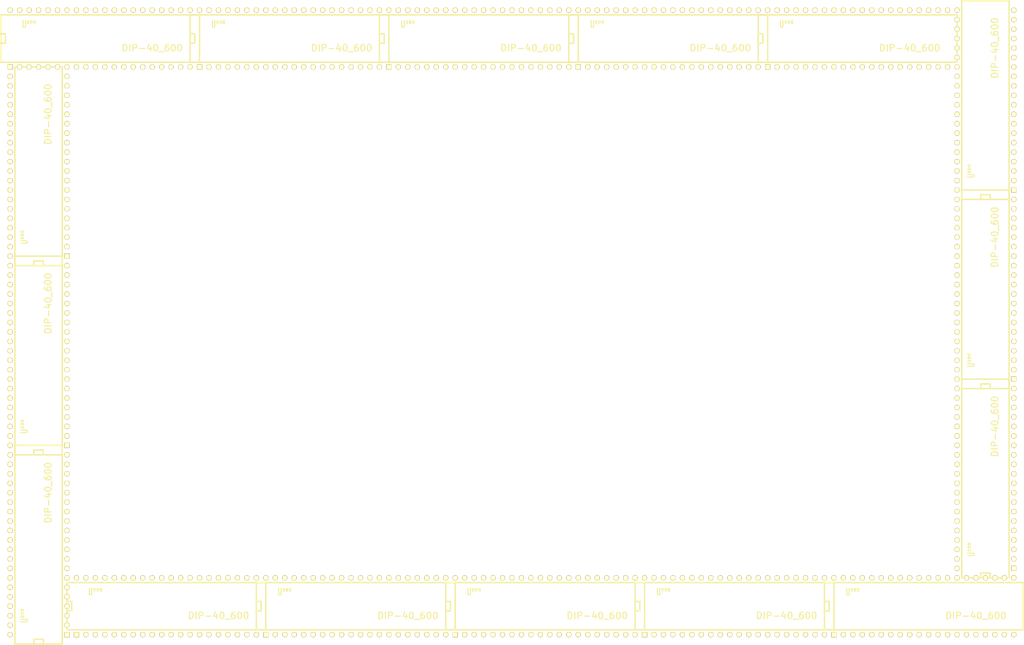
<source format=kicad_pcb>
(kicad_pcb (version 3) (host pcbnew "(2013-07-07 BZR 4022)-stable")

  (general
    (links 0)
    (no_connects 0)
    (area 13.525499 12.255499 288.734501 185.864501)
    (thickness 1.6)
    (drawings 0)
    (tracks 0)
    (zones 0)
    (modules 16)
    (nets 1)
  )

  (page A4)
  (layers
    (15 F.Cu signal)
    (0 B.Cu signal)
    (16 B.Adhes user)
    (17 F.Adhes user)
    (18 B.Paste user)
    (19 F.Paste user)
    (20 B.SilkS user)
    (21 F.SilkS user)
    (22 B.Mask user)
    (23 F.Mask user)
    (24 Dwgs.User user)
    (25 Cmts.User user)
    (26 Eco1.User user)
    (27 Eco2.User user)
    (28 Edge.Cuts user)
  )

  (setup
    (last_trace_width 0.254)
    (trace_clearance 0.254)
    (zone_clearance 0.508)
    (zone_45_only no)
    (trace_min 0.254)
    (segment_width 0.2)
    (edge_width 0.1)
    (via_size 0.889)
    (via_drill 0.635)
    (via_min_size 0.889)
    (via_min_drill 0.508)
    (uvia_size 0.508)
    (uvia_drill 0.127)
    (uvias_allowed no)
    (uvia_min_size 0.508)
    (uvia_min_drill 0.127)
    (pcb_text_width 0.3)
    (pcb_text_size 1.5 1.5)
    (mod_edge_width 0.15)
    (mod_text_size 1 1)
    (mod_text_width 0.15)
    (pad_size 1.5 1.5)
    (pad_drill 0.6)
    (pad_to_mask_clearance 0)
    (aux_axis_origin 0 0)
    (visible_elements FFFFFFBF)
    (pcbplotparams
      (layerselection 3178497)
      (usegerberextensions true)
      (excludeedgelayer true)
      (linewidth 0.150000)
      (plotframeref false)
      (viasonmask false)
      (mode 1)
      (useauxorigin false)
      (hpglpennumber 1)
      (hpglpenspeed 20)
      (hpglpendiameter 15)
      (hpglpenoverlay 2)
      (psnegative false)
      (psa4output false)
      (plotreference true)
      (plotvalue true)
      (plotothertext true)
      (plotinvisibletext false)
      (padsonsilk false)
      (subtractmaskfromsilk false)
      (outputformat 1)
      (mirror false)
      (drillshape 1)
      (scaleselection 1)
      (outputdirectory ""))
  )

  (net 0 "")

  (net_class Default "This is the default net class."
    (clearance 0.254)
    (trace_width 0.254)
    (via_dia 0.889)
    (via_drill 0.635)
    (uvia_dia 0.508)
    (uvia_drill 0.127)
    (add_net "")
  )

  (module DIP-40__600 (layer F.Cu) (tedit 200000) (tstamp 54A76B15)
    (at 40.64 22.86)
    (descr "Module Dil 40 pins, pads ronds, e=600 mils")
    (tags DIL)
    (fp_text reference U*** (at -19.05 -3.81) (layer F.SilkS)
      (effects (font (size 1.778 1.143) (thickness 0.3048)))
    )
    (fp_text value DIP-40_600 (at 13.97 2.54) (layer F.SilkS)
      (effects (font (size 1.778 1.778) (thickness 0.3048)))
    )
    (fp_line (start -26.67 -1.27) (end -25.4 -1.27) (layer F.SilkS) (width 0.381))
    (fp_line (start -25.4 -1.27) (end -25.4 1.27) (layer F.SilkS) (width 0.381))
    (fp_line (start -25.4 1.27) (end -26.67 1.27) (layer F.SilkS) (width 0.381))
    (fp_line (start -26.67 -6.35) (end 26.67 -6.35) (layer F.SilkS) (width 0.381))
    (fp_line (start 26.67 -6.35) (end 26.67 6.35) (layer F.SilkS) (width 0.381))
    (fp_line (start 26.67 6.35) (end -26.67 6.35) (layer F.SilkS) (width 0.381))
    (fp_line (start -26.67 6.35) (end -26.67 -6.35) (layer F.SilkS) (width 0.381))
    (pad 1 thru_hole rect (at -24.13 7.62) (size 1.397 1.397) (drill 0.8128)
      (layers *.Cu *.Mask F.SilkS)
    )
    (pad 2 thru_hole circle (at -21.59 7.62) (size 1.397 1.397) (drill 0.8128)
      (layers *.Cu *.Mask F.SilkS)
    )
    (pad 3 thru_hole circle (at -19.05 7.62) (size 1.397 1.397) (drill 0.8128)
      (layers *.Cu *.Mask F.SilkS)
    )
    (pad 4 thru_hole circle (at -16.51 7.62) (size 1.397 1.397) (drill 0.8128)
      (layers *.Cu *.Mask F.SilkS)
    )
    (pad 5 thru_hole circle (at -13.97 7.62) (size 1.397 1.397) (drill 0.8128)
      (layers *.Cu *.Mask F.SilkS)
    )
    (pad 6 thru_hole circle (at -11.43 7.62) (size 1.397 1.397) (drill 0.8128)
      (layers *.Cu *.Mask F.SilkS)
    )
    (pad 7 thru_hole circle (at -8.89 7.62) (size 1.397 1.397) (drill 0.8128)
      (layers *.Cu *.Mask F.SilkS)
    )
    (pad 8 thru_hole circle (at -6.35 7.62) (size 1.397 1.397) (drill 0.8128)
      (layers *.Cu *.Mask F.SilkS)
    )
    (pad 9 thru_hole circle (at -3.81 7.62) (size 1.397 1.397) (drill 0.8128)
      (layers *.Cu *.Mask F.SilkS)
    )
    (pad 10 thru_hole circle (at -1.27 7.62) (size 1.397 1.397) (drill 0.8128)
      (layers *.Cu *.Mask F.SilkS)
    )
    (pad 11 thru_hole circle (at 1.27 7.62) (size 1.397 1.397) (drill 0.8128)
      (layers *.Cu *.Mask F.SilkS)
    )
    (pad 12 thru_hole circle (at 3.81 7.62) (size 1.397 1.397) (drill 0.8128)
      (layers *.Cu *.Mask F.SilkS)
    )
    (pad 13 thru_hole circle (at 6.35 7.62) (size 1.397 1.397) (drill 0.8128)
      (layers *.Cu *.Mask F.SilkS)
    )
    (pad 14 thru_hole circle (at 8.89 7.62) (size 1.397 1.397) (drill 0.8128)
      (layers *.Cu *.Mask F.SilkS)
    )
    (pad 15 thru_hole circle (at 11.43 7.62) (size 1.397 1.397) (drill 0.8128)
      (layers *.Cu *.Mask F.SilkS)
    )
    (pad 16 thru_hole circle (at 13.97 7.62) (size 1.397 1.397) (drill 0.8128)
      (layers *.Cu *.Mask F.SilkS)
    )
    (pad 17 thru_hole circle (at 16.51 7.62) (size 1.397 1.397) (drill 0.8128)
      (layers *.Cu *.Mask F.SilkS)
    )
    (pad 18 thru_hole circle (at 19.05 7.62) (size 1.397 1.397) (drill 0.8128)
      (layers *.Cu *.Mask F.SilkS)
    )
    (pad 19 thru_hole circle (at 21.59 7.62) (size 1.397 1.397) (drill 0.8128)
      (layers *.Cu *.Mask F.SilkS)
    )
    (pad 20 thru_hole circle (at 24.13 7.62) (size 1.397 1.397) (drill 0.8128)
      (layers *.Cu *.Mask F.SilkS)
    )
    (pad 21 thru_hole circle (at 24.13 -7.62) (size 1.397 1.397) (drill 0.8128)
      (layers *.Cu *.Mask F.SilkS)
    )
    (pad 22 thru_hole circle (at 21.59 -7.62) (size 1.397 1.397) (drill 0.8128)
      (layers *.Cu *.Mask F.SilkS)
    )
    (pad 23 thru_hole circle (at 19.05 -7.62) (size 1.397 1.397) (drill 0.8128)
      (layers *.Cu *.Mask F.SilkS)
    )
    (pad 24 thru_hole circle (at 16.51 -7.62) (size 1.397 1.397) (drill 0.8128)
      (layers *.Cu *.Mask F.SilkS)
    )
    (pad 25 thru_hole circle (at 13.97 -7.62) (size 1.397 1.397) (drill 0.8128)
      (layers *.Cu *.Mask F.SilkS)
    )
    (pad 26 thru_hole circle (at 11.43 -7.62) (size 1.397 1.397) (drill 0.8128)
      (layers *.Cu *.Mask F.SilkS)
    )
    (pad 27 thru_hole circle (at 8.89 -7.62) (size 1.397 1.397) (drill 0.8128)
      (layers *.Cu *.Mask F.SilkS)
    )
    (pad 28 thru_hole circle (at 6.35 -7.62) (size 1.397 1.397) (drill 0.8128)
      (layers *.Cu *.Mask F.SilkS)
    )
    (pad 29 thru_hole circle (at 3.81 -7.62) (size 1.397 1.397) (drill 0.8128)
      (layers *.Cu *.Mask F.SilkS)
    )
    (pad 30 thru_hole circle (at 1.27 -7.62) (size 1.397 1.397) (drill 0.8128)
      (layers *.Cu *.Mask F.SilkS)
    )
    (pad 31 thru_hole circle (at -1.27 -7.62) (size 1.397 1.397) (drill 0.8128)
      (layers *.Cu *.Mask F.SilkS)
    )
    (pad 32 thru_hole circle (at -3.81 -7.62) (size 1.397 1.397) (drill 0.8128)
      (layers *.Cu *.Mask F.SilkS)
    )
    (pad 33 thru_hole circle (at -6.35 -7.62) (size 1.397 1.397) (drill 0.8128)
      (layers *.Cu *.Mask F.SilkS)
    )
    (pad 34 thru_hole circle (at -8.89 -7.62) (size 1.397 1.397) (drill 0.8128)
      (layers *.Cu *.Mask F.SilkS)
    )
    (pad 35 thru_hole circle (at -11.43 -7.62) (size 1.397 1.397) (drill 0.8128)
      (layers *.Cu *.Mask F.SilkS)
    )
    (pad 36 thru_hole circle (at -13.97 -7.62) (size 1.397 1.397) (drill 0.8128)
      (layers *.Cu *.Mask F.SilkS)
    )
    (pad 37 thru_hole circle (at -16.51 -7.62) (size 1.397 1.397) (drill 0.8128)
      (layers *.Cu *.Mask F.SilkS)
    )
    (pad 38 thru_hole circle (at -19.05 -7.62) (size 1.397 1.397) (drill 0.8128)
      (layers *.Cu *.Mask F.SilkS)
    )
    (pad 39 thru_hole circle (at -21.59 -7.62) (size 1.397 1.397) (drill 0.8128)
      (layers *.Cu *.Mask F.SilkS)
    )
    (pad 40 thru_hole circle (at -24.13 -7.62) (size 1.397 1.397) (drill 0.8128)
      (layers *.Cu *.Mask F.SilkS)
    )
    (model dil/dil_40-w600.wrl
      (at (xyz 0 0 0))
      (scale (xyz 1 1 1))
      (rotate (xyz 0 0 0))
    )
  )

  (module DIP-40__600 (layer F.Cu) (tedit 200000) (tstamp 54A76B7A)
    (at 91.44 22.86)
    (descr "Module Dil 40 pins, pads ronds, e=600 mils")
    (tags DIL)
    (fp_text reference U*** (at -19.05 -3.81) (layer F.SilkS)
      (effects (font (size 1.778 1.143) (thickness 0.3048)))
    )
    (fp_text value DIP-40_600 (at 13.97 2.54) (layer F.SilkS)
      (effects (font (size 1.778 1.778) (thickness 0.3048)))
    )
    (fp_line (start -26.67 -1.27) (end -25.4 -1.27) (layer F.SilkS) (width 0.381))
    (fp_line (start -25.4 -1.27) (end -25.4 1.27) (layer F.SilkS) (width 0.381))
    (fp_line (start -25.4 1.27) (end -26.67 1.27) (layer F.SilkS) (width 0.381))
    (fp_line (start -26.67 -6.35) (end 26.67 -6.35) (layer F.SilkS) (width 0.381))
    (fp_line (start 26.67 -6.35) (end 26.67 6.35) (layer F.SilkS) (width 0.381))
    (fp_line (start 26.67 6.35) (end -26.67 6.35) (layer F.SilkS) (width 0.381))
    (fp_line (start -26.67 6.35) (end -26.67 -6.35) (layer F.SilkS) (width 0.381))
    (pad 1 thru_hole rect (at -24.13 7.62) (size 1.397 1.397) (drill 0.8128)
      (layers *.Cu *.Mask F.SilkS)
    )
    (pad 2 thru_hole circle (at -21.59 7.62) (size 1.397 1.397) (drill 0.8128)
      (layers *.Cu *.Mask F.SilkS)
    )
    (pad 3 thru_hole circle (at -19.05 7.62) (size 1.397 1.397) (drill 0.8128)
      (layers *.Cu *.Mask F.SilkS)
    )
    (pad 4 thru_hole circle (at -16.51 7.62) (size 1.397 1.397) (drill 0.8128)
      (layers *.Cu *.Mask F.SilkS)
    )
    (pad 5 thru_hole circle (at -13.97 7.62) (size 1.397 1.397) (drill 0.8128)
      (layers *.Cu *.Mask F.SilkS)
    )
    (pad 6 thru_hole circle (at -11.43 7.62) (size 1.397 1.397) (drill 0.8128)
      (layers *.Cu *.Mask F.SilkS)
    )
    (pad 7 thru_hole circle (at -8.89 7.62) (size 1.397 1.397) (drill 0.8128)
      (layers *.Cu *.Mask F.SilkS)
    )
    (pad 8 thru_hole circle (at -6.35 7.62) (size 1.397 1.397) (drill 0.8128)
      (layers *.Cu *.Mask F.SilkS)
    )
    (pad 9 thru_hole circle (at -3.81 7.62) (size 1.397 1.397) (drill 0.8128)
      (layers *.Cu *.Mask F.SilkS)
    )
    (pad 10 thru_hole circle (at -1.27 7.62) (size 1.397 1.397) (drill 0.8128)
      (layers *.Cu *.Mask F.SilkS)
    )
    (pad 11 thru_hole circle (at 1.27 7.62) (size 1.397 1.397) (drill 0.8128)
      (layers *.Cu *.Mask F.SilkS)
    )
    (pad 12 thru_hole circle (at 3.81 7.62) (size 1.397 1.397) (drill 0.8128)
      (layers *.Cu *.Mask F.SilkS)
    )
    (pad 13 thru_hole circle (at 6.35 7.62) (size 1.397 1.397) (drill 0.8128)
      (layers *.Cu *.Mask F.SilkS)
    )
    (pad 14 thru_hole circle (at 8.89 7.62) (size 1.397 1.397) (drill 0.8128)
      (layers *.Cu *.Mask F.SilkS)
    )
    (pad 15 thru_hole circle (at 11.43 7.62) (size 1.397 1.397) (drill 0.8128)
      (layers *.Cu *.Mask F.SilkS)
    )
    (pad 16 thru_hole circle (at 13.97 7.62) (size 1.397 1.397) (drill 0.8128)
      (layers *.Cu *.Mask F.SilkS)
    )
    (pad 17 thru_hole circle (at 16.51 7.62) (size 1.397 1.397) (drill 0.8128)
      (layers *.Cu *.Mask F.SilkS)
    )
    (pad 18 thru_hole circle (at 19.05 7.62) (size 1.397 1.397) (drill 0.8128)
      (layers *.Cu *.Mask F.SilkS)
    )
    (pad 19 thru_hole circle (at 21.59 7.62) (size 1.397 1.397) (drill 0.8128)
      (layers *.Cu *.Mask F.SilkS)
    )
    (pad 20 thru_hole circle (at 24.13 7.62) (size 1.397 1.397) (drill 0.8128)
      (layers *.Cu *.Mask F.SilkS)
    )
    (pad 21 thru_hole circle (at 24.13 -7.62) (size 1.397 1.397) (drill 0.8128)
      (layers *.Cu *.Mask F.SilkS)
    )
    (pad 22 thru_hole circle (at 21.59 -7.62) (size 1.397 1.397) (drill 0.8128)
      (layers *.Cu *.Mask F.SilkS)
    )
    (pad 23 thru_hole circle (at 19.05 -7.62) (size 1.397 1.397) (drill 0.8128)
      (layers *.Cu *.Mask F.SilkS)
    )
    (pad 24 thru_hole circle (at 16.51 -7.62) (size 1.397 1.397) (drill 0.8128)
      (layers *.Cu *.Mask F.SilkS)
    )
    (pad 25 thru_hole circle (at 13.97 -7.62) (size 1.397 1.397) (drill 0.8128)
      (layers *.Cu *.Mask F.SilkS)
    )
    (pad 26 thru_hole circle (at 11.43 -7.62) (size 1.397 1.397) (drill 0.8128)
      (layers *.Cu *.Mask F.SilkS)
    )
    (pad 27 thru_hole circle (at 8.89 -7.62) (size 1.397 1.397) (drill 0.8128)
      (layers *.Cu *.Mask F.SilkS)
    )
    (pad 28 thru_hole circle (at 6.35 -7.62) (size 1.397 1.397) (drill 0.8128)
      (layers *.Cu *.Mask F.SilkS)
    )
    (pad 29 thru_hole circle (at 3.81 -7.62) (size 1.397 1.397) (drill 0.8128)
      (layers *.Cu *.Mask F.SilkS)
    )
    (pad 30 thru_hole circle (at 1.27 -7.62) (size 1.397 1.397) (drill 0.8128)
      (layers *.Cu *.Mask F.SilkS)
    )
    (pad 31 thru_hole circle (at -1.27 -7.62) (size 1.397 1.397) (drill 0.8128)
      (layers *.Cu *.Mask F.SilkS)
    )
    (pad 32 thru_hole circle (at -3.81 -7.62) (size 1.397 1.397) (drill 0.8128)
      (layers *.Cu *.Mask F.SilkS)
    )
    (pad 33 thru_hole circle (at -6.35 -7.62) (size 1.397 1.397) (drill 0.8128)
      (layers *.Cu *.Mask F.SilkS)
    )
    (pad 34 thru_hole circle (at -8.89 -7.62) (size 1.397 1.397) (drill 0.8128)
      (layers *.Cu *.Mask F.SilkS)
    )
    (pad 35 thru_hole circle (at -11.43 -7.62) (size 1.397 1.397) (drill 0.8128)
      (layers *.Cu *.Mask F.SilkS)
    )
    (pad 36 thru_hole circle (at -13.97 -7.62) (size 1.397 1.397) (drill 0.8128)
      (layers *.Cu *.Mask F.SilkS)
    )
    (pad 37 thru_hole circle (at -16.51 -7.62) (size 1.397 1.397) (drill 0.8128)
      (layers *.Cu *.Mask F.SilkS)
    )
    (pad 38 thru_hole circle (at -19.05 -7.62) (size 1.397 1.397) (drill 0.8128)
      (layers *.Cu *.Mask F.SilkS)
    )
    (pad 39 thru_hole circle (at -21.59 -7.62) (size 1.397 1.397) (drill 0.8128)
      (layers *.Cu *.Mask F.SilkS)
    )
    (pad 40 thru_hole circle (at -24.13 -7.62) (size 1.397 1.397) (drill 0.8128)
      (layers *.Cu *.Mask F.SilkS)
    )
    (model dil/dil_40-w600.wrl
      (at (xyz 0 0 0))
      (scale (xyz 1 1 1))
      (rotate (xyz 0 0 0))
    )
  )

  (module DIP-40__600 (layer F.Cu) (tedit 200000) (tstamp 54A76BDF)
    (at 142.24 22.86)
    (descr "Module Dil 40 pins, pads ronds, e=600 mils")
    (tags DIL)
    (fp_text reference U*** (at -19.05 -3.81) (layer F.SilkS)
      (effects (font (size 1.778 1.143) (thickness 0.3048)))
    )
    (fp_text value DIP-40_600 (at 13.97 2.54) (layer F.SilkS)
      (effects (font (size 1.778 1.778) (thickness 0.3048)))
    )
    (fp_line (start -26.67 -1.27) (end -25.4 -1.27) (layer F.SilkS) (width 0.381))
    (fp_line (start -25.4 -1.27) (end -25.4 1.27) (layer F.SilkS) (width 0.381))
    (fp_line (start -25.4 1.27) (end -26.67 1.27) (layer F.SilkS) (width 0.381))
    (fp_line (start -26.67 -6.35) (end 26.67 -6.35) (layer F.SilkS) (width 0.381))
    (fp_line (start 26.67 -6.35) (end 26.67 6.35) (layer F.SilkS) (width 0.381))
    (fp_line (start 26.67 6.35) (end -26.67 6.35) (layer F.SilkS) (width 0.381))
    (fp_line (start -26.67 6.35) (end -26.67 -6.35) (layer F.SilkS) (width 0.381))
    (pad 1 thru_hole rect (at -24.13 7.62) (size 1.397 1.397) (drill 0.8128)
      (layers *.Cu *.Mask F.SilkS)
    )
    (pad 2 thru_hole circle (at -21.59 7.62) (size 1.397 1.397) (drill 0.8128)
      (layers *.Cu *.Mask F.SilkS)
    )
    (pad 3 thru_hole circle (at -19.05 7.62) (size 1.397 1.397) (drill 0.8128)
      (layers *.Cu *.Mask F.SilkS)
    )
    (pad 4 thru_hole circle (at -16.51 7.62) (size 1.397 1.397) (drill 0.8128)
      (layers *.Cu *.Mask F.SilkS)
    )
    (pad 5 thru_hole circle (at -13.97 7.62) (size 1.397 1.397) (drill 0.8128)
      (layers *.Cu *.Mask F.SilkS)
    )
    (pad 6 thru_hole circle (at -11.43 7.62) (size 1.397 1.397) (drill 0.8128)
      (layers *.Cu *.Mask F.SilkS)
    )
    (pad 7 thru_hole circle (at -8.89 7.62) (size 1.397 1.397) (drill 0.8128)
      (layers *.Cu *.Mask F.SilkS)
    )
    (pad 8 thru_hole circle (at -6.35 7.62) (size 1.397 1.397) (drill 0.8128)
      (layers *.Cu *.Mask F.SilkS)
    )
    (pad 9 thru_hole circle (at -3.81 7.62) (size 1.397 1.397) (drill 0.8128)
      (layers *.Cu *.Mask F.SilkS)
    )
    (pad 10 thru_hole circle (at -1.27 7.62) (size 1.397 1.397) (drill 0.8128)
      (layers *.Cu *.Mask F.SilkS)
    )
    (pad 11 thru_hole circle (at 1.27 7.62) (size 1.397 1.397) (drill 0.8128)
      (layers *.Cu *.Mask F.SilkS)
    )
    (pad 12 thru_hole circle (at 3.81 7.62) (size 1.397 1.397) (drill 0.8128)
      (layers *.Cu *.Mask F.SilkS)
    )
    (pad 13 thru_hole circle (at 6.35 7.62) (size 1.397 1.397) (drill 0.8128)
      (layers *.Cu *.Mask F.SilkS)
    )
    (pad 14 thru_hole circle (at 8.89 7.62) (size 1.397 1.397) (drill 0.8128)
      (layers *.Cu *.Mask F.SilkS)
    )
    (pad 15 thru_hole circle (at 11.43 7.62) (size 1.397 1.397) (drill 0.8128)
      (layers *.Cu *.Mask F.SilkS)
    )
    (pad 16 thru_hole circle (at 13.97 7.62) (size 1.397 1.397) (drill 0.8128)
      (layers *.Cu *.Mask F.SilkS)
    )
    (pad 17 thru_hole circle (at 16.51 7.62) (size 1.397 1.397) (drill 0.8128)
      (layers *.Cu *.Mask F.SilkS)
    )
    (pad 18 thru_hole circle (at 19.05 7.62) (size 1.397 1.397) (drill 0.8128)
      (layers *.Cu *.Mask F.SilkS)
    )
    (pad 19 thru_hole circle (at 21.59 7.62) (size 1.397 1.397) (drill 0.8128)
      (layers *.Cu *.Mask F.SilkS)
    )
    (pad 20 thru_hole circle (at 24.13 7.62) (size 1.397 1.397) (drill 0.8128)
      (layers *.Cu *.Mask F.SilkS)
    )
    (pad 21 thru_hole circle (at 24.13 -7.62) (size 1.397 1.397) (drill 0.8128)
      (layers *.Cu *.Mask F.SilkS)
    )
    (pad 22 thru_hole circle (at 21.59 -7.62) (size 1.397 1.397) (drill 0.8128)
      (layers *.Cu *.Mask F.SilkS)
    )
    (pad 23 thru_hole circle (at 19.05 -7.62) (size 1.397 1.397) (drill 0.8128)
      (layers *.Cu *.Mask F.SilkS)
    )
    (pad 24 thru_hole circle (at 16.51 -7.62) (size 1.397 1.397) (drill 0.8128)
      (layers *.Cu *.Mask F.SilkS)
    )
    (pad 25 thru_hole circle (at 13.97 -7.62) (size 1.397 1.397) (drill 0.8128)
      (layers *.Cu *.Mask F.SilkS)
    )
    (pad 26 thru_hole circle (at 11.43 -7.62) (size 1.397 1.397) (drill 0.8128)
      (layers *.Cu *.Mask F.SilkS)
    )
    (pad 27 thru_hole circle (at 8.89 -7.62) (size 1.397 1.397) (drill 0.8128)
      (layers *.Cu *.Mask F.SilkS)
    )
    (pad 28 thru_hole circle (at 6.35 -7.62) (size 1.397 1.397) (drill 0.8128)
      (layers *.Cu *.Mask F.SilkS)
    )
    (pad 29 thru_hole circle (at 3.81 -7.62) (size 1.397 1.397) (drill 0.8128)
      (layers *.Cu *.Mask F.SilkS)
    )
    (pad 30 thru_hole circle (at 1.27 -7.62) (size 1.397 1.397) (drill 0.8128)
      (layers *.Cu *.Mask F.SilkS)
    )
    (pad 31 thru_hole circle (at -1.27 -7.62) (size 1.397 1.397) (drill 0.8128)
      (layers *.Cu *.Mask F.SilkS)
    )
    (pad 32 thru_hole circle (at -3.81 -7.62) (size 1.397 1.397) (drill 0.8128)
      (layers *.Cu *.Mask F.SilkS)
    )
    (pad 33 thru_hole circle (at -6.35 -7.62) (size 1.397 1.397) (drill 0.8128)
      (layers *.Cu *.Mask F.SilkS)
    )
    (pad 34 thru_hole circle (at -8.89 -7.62) (size 1.397 1.397) (drill 0.8128)
      (layers *.Cu *.Mask F.SilkS)
    )
    (pad 35 thru_hole circle (at -11.43 -7.62) (size 1.397 1.397) (drill 0.8128)
      (layers *.Cu *.Mask F.SilkS)
    )
    (pad 36 thru_hole circle (at -13.97 -7.62) (size 1.397 1.397) (drill 0.8128)
      (layers *.Cu *.Mask F.SilkS)
    )
    (pad 37 thru_hole circle (at -16.51 -7.62) (size 1.397 1.397) (drill 0.8128)
      (layers *.Cu *.Mask F.SilkS)
    )
    (pad 38 thru_hole circle (at -19.05 -7.62) (size 1.397 1.397) (drill 0.8128)
      (layers *.Cu *.Mask F.SilkS)
    )
    (pad 39 thru_hole circle (at -21.59 -7.62) (size 1.397 1.397) (drill 0.8128)
      (layers *.Cu *.Mask F.SilkS)
    )
    (pad 40 thru_hole circle (at -24.13 -7.62) (size 1.397 1.397) (drill 0.8128)
      (layers *.Cu *.Mask F.SilkS)
    )
    (model dil/dil_40-w600.wrl
      (at (xyz 0 0 0))
      (scale (xyz 1 1 1))
      (rotate (xyz 0 0 0))
    )
  )

  (module DIP-40__600 (layer F.Cu) (tedit 200000) (tstamp 54A76C44)
    (at 193.04 22.86)
    (descr "Module Dil 40 pins, pads ronds, e=600 mils")
    (tags DIL)
    (fp_text reference U*** (at -19.05 -3.81) (layer F.SilkS)
      (effects (font (size 1.778 1.143) (thickness 0.3048)))
    )
    (fp_text value DIP-40_600 (at 13.97 2.54) (layer F.SilkS)
      (effects (font (size 1.778 1.778) (thickness 0.3048)))
    )
    (fp_line (start -26.67 -1.27) (end -25.4 -1.27) (layer F.SilkS) (width 0.381))
    (fp_line (start -25.4 -1.27) (end -25.4 1.27) (layer F.SilkS) (width 0.381))
    (fp_line (start -25.4 1.27) (end -26.67 1.27) (layer F.SilkS) (width 0.381))
    (fp_line (start -26.67 -6.35) (end 26.67 -6.35) (layer F.SilkS) (width 0.381))
    (fp_line (start 26.67 -6.35) (end 26.67 6.35) (layer F.SilkS) (width 0.381))
    (fp_line (start 26.67 6.35) (end -26.67 6.35) (layer F.SilkS) (width 0.381))
    (fp_line (start -26.67 6.35) (end -26.67 -6.35) (layer F.SilkS) (width 0.381))
    (pad 1 thru_hole rect (at -24.13 7.62) (size 1.397 1.397) (drill 0.8128)
      (layers *.Cu *.Mask F.SilkS)
    )
    (pad 2 thru_hole circle (at -21.59 7.62) (size 1.397 1.397) (drill 0.8128)
      (layers *.Cu *.Mask F.SilkS)
    )
    (pad 3 thru_hole circle (at -19.05 7.62) (size 1.397 1.397) (drill 0.8128)
      (layers *.Cu *.Mask F.SilkS)
    )
    (pad 4 thru_hole circle (at -16.51 7.62) (size 1.397 1.397) (drill 0.8128)
      (layers *.Cu *.Mask F.SilkS)
    )
    (pad 5 thru_hole circle (at -13.97 7.62) (size 1.397 1.397) (drill 0.8128)
      (layers *.Cu *.Mask F.SilkS)
    )
    (pad 6 thru_hole circle (at -11.43 7.62) (size 1.397 1.397) (drill 0.8128)
      (layers *.Cu *.Mask F.SilkS)
    )
    (pad 7 thru_hole circle (at -8.89 7.62) (size 1.397 1.397) (drill 0.8128)
      (layers *.Cu *.Mask F.SilkS)
    )
    (pad 8 thru_hole circle (at -6.35 7.62) (size 1.397 1.397) (drill 0.8128)
      (layers *.Cu *.Mask F.SilkS)
    )
    (pad 9 thru_hole circle (at -3.81 7.62) (size 1.397 1.397) (drill 0.8128)
      (layers *.Cu *.Mask F.SilkS)
    )
    (pad 10 thru_hole circle (at -1.27 7.62) (size 1.397 1.397) (drill 0.8128)
      (layers *.Cu *.Mask F.SilkS)
    )
    (pad 11 thru_hole circle (at 1.27 7.62) (size 1.397 1.397) (drill 0.8128)
      (layers *.Cu *.Mask F.SilkS)
    )
    (pad 12 thru_hole circle (at 3.81 7.62) (size 1.397 1.397) (drill 0.8128)
      (layers *.Cu *.Mask F.SilkS)
    )
    (pad 13 thru_hole circle (at 6.35 7.62) (size 1.397 1.397) (drill 0.8128)
      (layers *.Cu *.Mask F.SilkS)
    )
    (pad 14 thru_hole circle (at 8.89 7.62) (size 1.397 1.397) (drill 0.8128)
      (layers *.Cu *.Mask F.SilkS)
    )
    (pad 15 thru_hole circle (at 11.43 7.62) (size 1.397 1.397) (drill 0.8128)
      (layers *.Cu *.Mask F.SilkS)
    )
    (pad 16 thru_hole circle (at 13.97 7.62) (size 1.397 1.397) (drill 0.8128)
      (layers *.Cu *.Mask F.SilkS)
    )
    (pad 17 thru_hole circle (at 16.51 7.62) (size 1.397 1.397) (drill 0.8128)
      (layers *.Cu *.Mask F.SilkS)
    )
    (pad 18 thru_hole circle (at 19.05 7.62) (size 1.397 1.397) (drill 0.8128)
      (layers *.Cu *.Mask F.SilkS)
    )
    (pad 19 thru_hole circle (at 21.59 7.62) (size 1.397 1.397) (drill 0.8128)
      (layers *.Cu *.Mask F.SilkS)
    )
    (pad 20 thru_hole circle (at 24.13 7.62) (size 1.397 1.397) (drill 0.8128)
      (layers *.Cu *.Mask F.SilkS)
    )
    (pad 21 thru_hole circle (at 24.13 -7.62) (size 1.397 1.397) (drill 0.8128)
      (layers *.Cu *.Mask F.SilkS)
    )
    (pad 22 thru_hole circle (at 21.59 -7.62) (size 1.397 1.397) (drill 0.8128)
      (layers *.Cu *.Mask F.SilkS)
    )
    (pad 23 thru_hole circle (at 19.05 -7.62) (size 1.397 1.397) (drill 0.8128)
      (layers *.Cu *.Mask F.SilkS)
    )
    (pad 24 thru_hole circle (at 16.51 -7.62) (size 1.397 1.397) (drill 0.8128)
      (layers *.Cu *.Mask F.SilkS)
    )
    (pad 25 thru_hole circle (at 13.97 -7.62) (size 1.397 1.397) (drill 0.8128)
      (layers *.Cu *.Mask F.SilkS)
    )
    (pad 26 thru_hole circle (at 11.43 -7.62) (size 1.397 1.397) (drill 0.8128)
      (layers *.Cu *.Mask F.SilkS)
    )
    (pad 27 thru_hole circle (at 8.89 -7.62) (size 1.397 1.397) (drill 0.8128)
      (layers *.Cu *.Mask F.SilkS)
    )
    (pad 28 thru_hole circle (at 6.35 -7.62) (size 1.397 1.397) (drill 0.8128)
      (layers *.Cu *.Mask F.SilkS)
    )
    (pad 29 thru_hole circle (at 3.81 -7.62) (size 1.397 1.397) (drill 0.8128)
      (layers *.Cu *.Mask F.SilkS)
    )
    (pad 30 thru_hole circle (at 1.27 -7.62) (size 1.397 1.397) (drill 0.8128)
      (layers *.Cu *.Mask F.SilkS)
    )
    (pad 31 thru_hole circle (at -1.27 -7.62) (size 1.397 1.397) (drill 0.8128)
      (layers *.Cu *.Mask F.SilkS)
    )
    (pad 32 thru_hole circle (at -3.81 -7.62) (size 1.397 1.397) (drill 0.8128)
      (layers *.Cu *.Mask F.SilkS)
    )
    (pad 33 thru_hole circle (at -6.35 -7.62) (size 1.397 1.397) (drill 0.8128)
      (layers *.Cu *.Mask F.SilkS)
    )
    (pad 34 thru_hole circle (at -8.89 -7.62) (size 1.397 1.397) (drill 0.8128)
      (layers *.Cu *.Mask F.SilkS)
    )
    (pad 35 thru_hole circle (at -11.43 -7.62) (size 1.397 1.397) (drill 0.8128)
      (layers *.Cu *.Mask F.SilkS)
    )
    (pad 36 thru_hole circle (at -13.97 -7.62) (size 1.397 1.397) (drill 0.8128)
      (layers *.Cu *.Mask F.SilkS)
    )
    (pad 37 thru_hole circle (at -16.51 -7.62) (size 1.397 1.397) (drill 0.8128)
      (layers *.Cu *.Mask F.SilkS)
    )
    (pad 38 thru_hole circle (at -19.05 -7.62) (size 1.397 1.397) (drill 0.8128)
      (layers *.Cu *.Mask F.SilkS)
    )
    (pad 39 thru_hole circle (at -21.59 -7.62) (size 1.397 1.397) (drill 0.8128)
      (layers *.Cu *.Mask F.SilkS)
    )
    (pad 40 thru_hole circle (at -24.13 -7.62) (size 1.397 1.397) (drill 0.8128)
      (layers *.Cu *.Mask F.SilkS)
    )
    (model dil/dil_40-w600.wrl
      (at (xyz 0 0 0))
      (scale (xyz 1 1 1))
      (rotate (xyz 0 0 0))
    )
  )

  (module DIP-40__600 (layer F.Cu) (tedit 200000) (tstamp 54A76CA9)
    (at 243.84 22.86)
    (descr "Module Dil 40 pins, pads ronds, e=600 mils")
    (tags DIL)
    (fp_text reference U*** (at -19.05 -3.81) (layer F.SilkS)
      (effects (font (size 1.778 1.143) (thickness 0.3048)))
    )
    (fp_text value DIP-40_600 (at 13.97 2.54) (layer F.SilkS)
      (effects (font (size 1.778 1.778) (thickness 0.3048)))
    )
    (fp_line (start -26.67 -1.27) (end -25.4 -1.27) (layer F.SilkS) (width 0.381))
    (fp_line (start -25.4 -1.27) (end -25.4 1.27) (layer F.SilkS) (width 0.381))
    (fp_line (start -25.4 1.27) (end -26.67 1.27) (layer F.SilkS) (width 0.381))
    (fp_line (start -26.67 -6.35) (end 26.67 -6.35) (layer F.SilkS) (width 0.381))
    (fp_line (start 26.67 -6.35) (end 26.67 6.35) (layer F.SilkS) (width 0.381))
    (fp_line (start 26.67 6.35) (end -26.67 6.35) (layer F.SilkS) (width 0.381))
    (fp_line (start -26.67 6.35) (end -26.67 -6.35) (layer F.SilkS) (width 0.381))
    (pad 1 thru_hole rect (at -24.13 7.62) (size 1.397 1.397) (drill 0.8128)
      (layers *.Cu *.Mask F.SilkS)
    )
    (pad 2 thru_hole circle (at -21.59 7.62) (size 1.397 1.397) (drill 0.8128)
      (layers *.Cu *.Mask F.SilkS)
    )
    (pad 3 thru_hole circle (at -19.05 7.62) (size 1.397 1.397) (drill 0.8128)
      (layers *.Cu *.Mask F.SilkS)
    )
    (pad 4 thru_hole circle (at -16.51 7.62) (size 1.397 1.397) (drill 0.8128)
      (layers *.Cu *.Mask F.SilkS)
    )
    (pad 5 thru_hole circle (at -13.97 7.62) (size 1.397 1.397) (drill 0.8128)
      (layers *.Cu *.Mask F.SilkS)
    )
    (pad 6 thru_hole circle (at -11.43 7.62) (size 1.397 1.397) (drill 0.8128)
      (layers *.Cu *.Mask F.SilkS)
    )
    (pad 7 thru_hole circle (at -8.89 7.62) (size 1.397 1.397) (drill 0.8128)
      (layers *.Cu *.Mask F.SilkS)
    )
    (pad 8 thru_hole circle (at -6.35 7.62) (size 1.397 1.397) (drill 0.8128)
      (layers *.Cu *.Mask F.SilkS)
    )
    (pad 9 thru_hole circle (at -3.81 7.62) (size 1.397 1.397) (drill 0.8128)
      (layers *.Cu *.Mask F.SilkS)
    )
    (pad 10 thru_hole circle (at -1.27 7.62) (size 1.397 1.397) (drill 0.8128)
      (layers *.Cu *.Mask F.SilkS)
    )
    (pad 11 thru_hole circle (at 1.27 7.62) (size 1.397 1.397) (drill 0.8128)
      (layers *.Cu *.Mask F.SilkS)
    )
    (pad 12 thru_hole circle (at 3.81 7.62) (size 1.397 1.397) (drill 0.8128)
      (layers *.Cu *.Mask F.SilkS)
    )
    (pad 13 thru_hole circle (at 6.35 7.62) (size 1.397 1.397) (drill 0.8128)
      (layers *.Cu *.Mask F.SilkS)
    )
    (pad 14 thru_hole circle (at 8.89 7.62) (size 1.397 1.397) (drill 0.8128)
      (layers *.Cu *.Mask F.SilkS)
    )
    (pad 15 thru_hole circle (at 11.43 7.62) (size 1.397 1.397) (drill 0.8128)
      (layers *.Cu *.Mask F.SilkS)
    )
    (pad 16 thru_hole circle (at 13.97 7.62) (size 1.397 1.397) (drill 0.8128)
      (layers *.Cu *.Mask F.SilkS)
    )
    (pad 17 thru_hole circle (at 16.51 7.62) (size 1.397 1.397) (drill 0.8128)
      (layers *.Cu *.Mask F.SilkS)
    )
    (pad 18 thru_hole circle (at 19.05 7.62) (size 1.397 1.397) (drill 0.8128)
      (layers *.Cu *.Mask F.SilkS)
    )
    (pad 19 thru_hole circle (at 21.59 7.62) (size 1.397 1.397) (drill 0.8128)
      (layers *.Cu *.Mask F.SilkS)
    )
    (pad 20 thru_hole circle (at 24.13 7.62) (size 1.397 1.397) (drill 0.8128)
      (layers *.Cu *.Mask F.SilkS)
    )
    (pad 21 thru_hole circle (at 24.13 -7.62) (size 1.397 1.397) (drill 0.8128)
      (layers *.Cu *.Mask F.SilkS)
    )
    (pad 22 thru_hole circle (at 21.59 -7.62) (size 1.397 1.397) (drill 0.8128)
      (layers *.Cu *.Mask F.SilkS)
    )
    (pad 23 thru_hole circle (at 19.05 -7.62) (size 1.397 1.397) (drill 0.8128)
      (layers *.Cu *.Mask F.SilkS)
    )
    (pad 24 thru_hole circle (at 16.51 -7.62) (size 1.397 1.397) (drill 0.8128)
      (layers *.Cu *.Mask F.SilkS)
    )
    (pad 25 thru_hole circle (at 13.97 -7.62) (size 1.397 1.397) (drill 0.8128)
      (layers *.Cu *.Mask F.SilkS)
    )
    (pad 26 thru_hole circle (at 11.43 -7.62) (size 1.397 1.397) (drill 0.8128)
      (layers *.Cu *.Mask F.SilkS)
    )
    (pad 27 thru_hole circle (at 8.89 -7.62) (size 1.397 1.397) (drill 0.8128)
      (layers *.Cu *.Mask F.SilkS)
    )
    (pad 28 thru_hole circle (at 6.35 -7.62) (size 1.397 1.397) (drill 0.8128)
      (layers *.Cu *.Mask F.SilkS)
    )
    (pad 29 thru_hole circle (at 3.81 -7.62) (size 1.397 1.397) (drill 0.8128)
      (layers *.Cu *.Mask F.SilkS)
    )
    (pad 30 thru_hole circle (at 1.27 -7.62) (size 1.397 1.397) (drill 0.8128)
      (layers *.Cu *.Mask F.SilkS)
    )
    (pad 31 thru_hole circle (at -1.27 -7.62) (size 1.397 1.397) (drill 0.8128)
      (layers *.Cu *.Mask F.SilkS)
    )
    (pad 32 thru_hole circle (at -3.81 -7.62) (size 1.397 1.397) (drill 0.8128)
      (layers *.Cu *.Mask F.SilkS)
    )
    (pad 33 thru_hole circle (at -6.35 -7.62) (size 1.397 1.397) (drill 0.8128)
      (layers *.Cu *.Mask F.SilkS)
    )
    (pad 34 thru_hole circle (at -8.89 -7.62) (size 1.397 1.397) (drill 0.8128)
      (layers *.Cu *.Mask F.SilkS)
    )
    (pad 35 thru_hole circle (at -11.43 -7.62) (size 1.397 1.397) (drill 0.8128)
      (layers *.Cu *.Mask F.SilkS)
    )
    (pad 36 thru_hole circle (at -13.97 -7.62) (size 1.397 1.397) (drill 0.8128)
      (layers *.Cu *.Mask F.SilkS)
    )
    (pad 37 thru_hole circle (at -16.51 -7.62) (size 1.397 1.397) (drill 0.8128)
      (layers *.Cu *.Mask F.SilkS)
    )
    (pad 38 thru_hole circle (at -19.05 -7.62) (size 1.397 1.397) (drill 0.8128)
      (layers *.Cu *.Mask F.SilkS)
    )
    (pad 39 thru_hole circle (at -21.59 -7.62) (size 1.397 1.397) (drill 0.8128)
      (layers *.Cu *.Mask F.SilkS)
    )
    (pad 40 thru_hole circle (at -24.13 -7.62) (size 1.397 1.397) (drill 0.8128)
      (layers *.Cu *.Mask F.SilkS)
    )
    (model dil/dil_40-w600.wrl
      (at (xyz 0 0 0))
      (scale (xyz 1 1 1))
      (rotate (xyz 0 0 0))
    )
  )

  (module DIP-40__600 (layer F.Cu) (tedit 200000) (tstamp 54A76D0E)
    (at 278.13 39.37 90)
    (descr "Module Dil 40 pins, pads ronds, e=600 mils")
    (tags DIL)
    (fp_text reference U*** (at -19.05 -3.81 90) (layer F.SilkS)
      (effects (font (size 1.778 1.143) (thickness 0.3048)))
    )
    (fp_text value DIP-40_600 (at 13.97 2.54 90) (layer F.SilkS)
      (effects (font (size 1.778 1.778) (thickness 0.3048)))
    )
    (fp_line (start -26.67 -1.27) (end -25.4 -1.27) (layer F.SilkS) (width 0.381))
    (fp_line (start -25.4 -1.27) (end -25.4 1.27) (layer F.SilkS) (width 0.381))
    (fp_line (start -25.4 1.27) (end -26.67 1.27) (layer F.SilkS) (width 0.381))
    (fp_line (start -26.67 -6.35) (end 26.67 -6.35) (layer F.SilkS) (width 0.381))
    (fp_line (start 26.67 -6.35) (end 26.67 6.35) (layer F.SilkS) (width 0.381))
    (fp_line (start 26.67 6.35) (end -26.67 6.35) (layer F.SilkS) (width 0.381))
    (fp_line (start -26.67 6.35) (end -26.67 -6.35) (layer F.SilkS) (width 0.381))
    (pad 1 thru_hole rect (at -24.13 7.62 90) (size 1.397 1.397) (drill 0.8128)
      (layers *.Cu *.Mask F.SilkS)
    )
    (pad 2 thru_hole circle (at -21.59 7.62 90) (size 1.397 1.397) (drill 0.8128)
      (layers *.Cu *.Mask F.SilkS)
    )
    (pad 3 thru_hole circle (at -19.05 7.62 90) (size 1.397 1.397) (drill 0.8128)
      (layers *.Cu *.Mask F.SilkS)
    )
    (pad 4 thru_hole circle (at -16.51 7.62 90) (size 1.397 1.397) (drill 0.8128)
      (layers *.Cu *.Mask F.SilkS)
    )
    (pad 5 thru_hole circle (at -13.97 7.62 90) (size 1.397 1.397) (drill 0.8128)
      (layers *.Cu *.Mask F.SilkS)
    )
    (pad 6 thru_hole circle (at -11.43 7.62 90) (size 1.397 1.397) (drill 0.8128)
      (layers *.Cu *.Mask F.SilkS)
    )
    (pad 7 thru_hole circle (at -8.89 7.62 90) (size 1.397 1.397) (drill 0.8128)
      (layers *.Cu *.Mask F.SilkS)
    )
    (pad 8 thru_hole circle (at -6.35 7.62 90) (size 1.397 1.397) (drill 0.8128)
      (layers *.Cu *.Mask F.SilkS)
    )
    (pad 9 thru_hole circle (at -3.81 7.62 90) (size 1.397 1.397) (drill 0.8128)
      (layers *.Cu *.Mask F.SilkS)
    )
    (pad 10 thru_hole circle (at -1.27 7.62 90) (size 1.397 1.397) (drill 0.8128)
      (layers *.Cu *.Mask F.SilkS)
    )
    (pad 11 thru_hole circle (at 1.27 7.62 90) (size 1.397 1.397) (drill 0.8128)
      (layers *.Cu *.Mask F.SilkS)
    )
    (pad 12 thru_hole circle (at 3.81 7.62 90) (size 1.397 1.397) (drill 0.8128)
      (layers *.Cu *.Mask F.SilkS)
    )
    (pad 13 thru_hole circle (at 6.35 7.62 90) (size 1.397 1.397) (drill 0.8128)
      (layers *.Cu *.Mask F.SilkS)
    )
    (pad 14 thru_hole circle (at 8.89 7.62 90) (size 1.397 1.397) (drill 0.8128)
      (layers *.Cu *.Mask F.SilkS)
    )
    (pad 15 thru_hole circle (at 11.43 7.62 90) (size 1.397 1.397) (drill 0.8128)
      (layers *.Cu *.Mask F.SilkS)
    )
    (pad 16 thru_hole circle (at 13.97 7.62 90) (size 1.397 1.397) (drill 0.8128)
      (layers *.Cu *.Mask F.SilkS)
    )
    (pad 17 thru_hole circle (at 16.51 7.62 90) (size 1.397 1.397) (drill 0.8128)
      (layers *.Cu *.Mask F.SilkS)
    )
    (pad 18 thru_hole circle (at 19.05 7.62 90) (size 1.397 1.397) (drill 0.8128)
      (layers *.Cu *.Mask F.SilkS)
    )
    (pad 19 thru_hole circle (at 21.59 7.62 90) (size 1.397 1.397) (drill 0.8128)
      (layers *.Cu *.Mask F.SilkS)
    )
    (pad 20 thru_hole circle (at 24.13 7.62 90) (size 1.397 1.397) (drill 0.8128)
      (layers *.Cu *.Mask F.SilkS)
    )
    (pad 21 thru_hole circle (at 24.13 -7.62 90) (size 1.397 1.397) (drill 0.8128)
      (layers *.Cu *.Mask F.SilkS)
    )
    (pad 22 thru_hole circle (at 21.59 -7.62 90) (size 1.397 1.397) (drill 0.8128)
      (layers *.Cu *.Mask F.SilkS)
    )
    (pad 23 thru_hole circle (at 19.05 -7.62 90) (size 1.397 1.397) (drill 0.8128)
      (layers *.Cu *.Mask F.SilkS)
    )
    (pad 24 thru_hole circle (at 16.51 -7.62 90) (size 1.397 1.397) (drill 0.8128)
      (layers *.Cu *.Mask F.SilkS)
    )
    (pad 25 thru_hole circle (at 13.97 -7.62 90) (size 1.397 1.397) (drill 0.8128)
      (layers *.Cu *.Mask F.SilkS)
    )
    (pad 26 thru_hole circle (at 11.43 -7.62 90) (size 1.397 1.397) (drill 0.8128)
      (layers *.Cu *.Mask F.SilkS)
    )
    (pad 27 thru_hole circle (at 8.89 -7.62 90) (size 1.397 1.397) (drill 0.8128)
      (layers *.Cu *.Mask F.SilkS)
    )
    (pad 28 thru_hole circle (at 6.35 -7.62 90) (size 1.397 1.397) (drill 0.8128)
      (layers *.Cu *.Mask F.SilkS)
    )
    (pad 29 thru_hole circle (at 3.81 -7.62 90) (size 1.397 1.397) (drill 0.8128)
      (layers *.Cu *.Mask F.SilkS)
    )
    (pad 30 thru_hole circle (at 1.27 -7.62 90) (size 1.397 1.397) (drill 0.8128)
      (layers *.Cu *.Mask F.SilkS)
    )
    (pad 31 thru_hole circle (at -1.27 -7.62 90) (size 1.397 1.397) (drill 0.8128)
      (layers *.Cu *.Mask F.SilkS)
    )
    (pad 32 thru_hole circle (at -3.81 -7.62 90) (size 1.397 1.397) (drill 0.8128)
      (layers *.Cu *.Mask F.SilkS)
    )
    (pad 33 thru_hole circle (at -6.35 -7.62 90) (size 1.397 1.397) (drill 0.8128)
      (layers *.Cu *.Mask F.SilkS)
    )
    (pad 34 thru_hole circle (at -8.89 -7.62 90) (size 1.397 1.397) (drill 0.8128)
      (layers *.Cu *.Mask F.SilkS)
    )
    (pad 35 thru_hole circle (at -11.43 -7.62 90) (size 1.397 1.397) (drill 0.8128)
      (layers *.Cu *.Mask F.SilkS)
    )
    (pad 36 thru_hole circle (at -13.97 -7.62 90) (size 1.397 1.397) (drill 0.8128)
      (layers *.Cu *.Mask F.SilkS)
    )
    (pad 37 thru_hole circle (at -16.51 -7.62 90) (size 1.397 1.397) (drill 0.8128)
      (layers *.Cu *.Mask F.SilkS)
    )
    (pad 38 thru_hole circle (at -19.05 -7.62 90) (size 1.397 1.397) (drill 0.8128)
      (layers *.Cu *.Mask F.SilkS)
    )
    (pad 39 thru_hole circle (at -21.59 -7.62 90) (size 1.397 1.397) (drill 0.8128)
      (layers *.Cu *.Mask F.SilkS)
    )
    (pad 40 thru_hole circle (at -24.13 -7.62 90) (size 1.397 1.397) (drill 0.8128)
      (layers *.Cu *.Mask F.SilkS)
    )
    (model dil/dil_40-w600.wrl
      (at (xyz 0 0 0))
      (scale (xyz 1 1 1))
      (rotate (xyz 0 0 0))
    )
  )

  (module DIP-40__600 (layer F.Cu) (tedit 200000) (tstamp 54A76D73)
    (at 278.13 90.17 90)
    (descr "Module Dil 40 pins, pads ronds, e=600 mils")
    (tags DIL)
    (fp_text reference U*** (at -19.05 -3.81 90) (layer F.SilkS)
      (effects (font (size 1.778 1.143) (thickness 0.3048)))
    )
    (fp_text value DIP-40_600 (at 13.97 2.54 90) (layer F.SilkS)
      (effects (font (size 1.778 1.778) (thickness 0.3048)))
    )
    (fp_line (start -26.67 -1.27) (end -25.4 -1.27) (layer F.SilkS) (width 0.381))
    (fp_line (start -25.4 -1.27) (end -25.4 1.27) (layer F.SilkS) (width 0.381))
    (fp_line (start -25.4 1.27) (end -26.67 1.27) (layer F.SilkS) (width 0.381))
    (fp_line (start -26.67 -6.35) (end 26.67 -6.35) (layer F.SilkS) (width 0.381))
    (fp_line (start 26.67 -6.35) (end 26.67 6.35) (layer F.SilkS) (width 0.381))
    (fp_line (start 26.67 6.35) (end -26.67 6.35) (layer F.SilkS) (width 0.381))
    (fp_line (start -26.67 6.35) (end -26.67 -6.35) (layer F.SilkS) (width 0.381))
    (pad 1 thru_hole rect (at -24.13 7.62 90) (size 1.397 1.397) (drill 0.8128)
      (layers *.Cu *.Mask F.SilkS)
    )
    (pad 2 thru_hole circle (at -21.59 7.62 90) (size 1.397 1.397) (drill 0.8128)
      (layers *.Cu *.Mask F.SilkS)
    )
    (pad 3 thru_hole circle (at -19.05 7.62 90) (size 1.397 1.397) (drill 0.8128)
      (layers *.Cu *.Mask F.SilkS)
    )
    (pad 4 thru_hole circle (at -16.51 7.62 90) (size 1.397 1.397) (drill 0.8128)
      (layers *.Cu *.Mask F.SilkS)
    )
    (pad 5 thru_hole circle (at -13.97 7.62 90) (size 1.397 1.397) (drill 0.8128)
      (layers *.Cu *.Mask F.SilkS)
    )
    (pad 6 thru_hole circle (at -11.43 7.62 90) (size 1.397 1.397) (drill 0.8128)
      (layers *.Cu *.Mask F.SilkS)
    )
    (pad 7 thru_hole circle (at -8.89 7.62 90) (size 1.397 1.397) (drill 0.8128)
      (layers *.Cu *.Mask F.SilkS)
    )
    (pad 8 thru_hole circle (at -6.35 7.62 90) (size 1.397 1.397) (drill 0.8128)
      (layers *.Cu *.Mask F.SilkS)
    )
    (pad 9 thru_hole circle (at -3.81 7.62 90) (size 1.397 1.397) (drill 0.8128)
      (layers *.Cu *.Mask F.SilkS)
    )
    (pad 10 thru_hole circle (at -1.27 7.62 90) (size 1.397 1.397) (drill 0.8128)
      (layers *.Cu *.Mask F.SilkS)
    )
    (pad 11 thru_hole circle (at 1.27 7.62 90) (size 1.397 1.397) (drill 0.8128)
      (layers *.Cu *.Mask F.SilkS)
    )
    (pad 12 thru_hole circle (at 3.81 7.62 90) (size 1.397 1.397) (drill 0.8128)
      (layers *.Cu *.Mask F.SilkS)
    )
    (pad 13 thru_hole circle (at 6.35 7.62 90) (size 1.397 1.397) (drill 0.8128)
      (layers *.Cu *.Mask F.SilkS)
    )
    (pad 14 thru_hole circle (at 8.89 7.62 90) (size 1.397 1.397) (drill 0.8128)
      (layers *.Cu *.Mask F.SilkS)
    )
    (pad 15 thru_hole circle (at 11.43 7.62 90) (size 1.397 1.397) (drill 0.8128)
      (layers *.Cu *.Mask F.SilkS)
    )
    (pad 16 thru_hole circle (at 13.97 7.62 90) (size 1.397 1.397) (drill 0.8128)
      (layers *.Cu *.Mask F.SilkS)
    )
    (pad 17 thru_hole circle (at 16.51 7.62 90) (size 1.397 1.397) (drill 0.8128)
      (layers *.Cu *.Mask F.SilkS)
    )
    (pad 18 thru_hole circle (at 19.05 7.62 90) (size 1.397 1.397) (drill 0.8128)
      (layers *.Cu *.Mask F.SilkS)
    )
    (pad 19 thru_hole circle (at 21.59 7.62 90) (size 1.397 1.397) (drill 0.8128)
      (layers *.Cu *.Mask F.SilkS)
    )
    (pad 20 thru_hole circle (at 24.13 7.62 90) (size 1.397 1.397) (drill 0.8128)
      (layers *.Cu *.Mask F.SilkS)
    )
    (pad 21 thru_hole circle (at 24.13 -7.62 90) (size 1.397 1.397) (drill 0.8128)
      (layers *.Cu *.Mask F.SilkS)
    )
    (pad 22 thru_hole circle (at 21.59 -7.62 90) (size 1.397 1.397) (drill 0.8128)
      (layers *.Cu *.Mask F.SilkS)
    )
    (pad 23 thru_hole circle (at 19.05 -7.62 90) (size 1.397 1.397) (drill 0.8128)
      (layers *.Cu *.Mask F.SilkS)
    )
    (pad 24 thru_hole circle (at 16.51 -7.62 90) (size 1.397 1.397) (drill 0.8128)
      (layers *.Cu *.Mask F.SilkS)
    )
    (pad 25 thru_hole circle (at 13.97 -7.62 90) (size 1.397 1.397) (drill 0.8128)
      (layers *.Cu *.Mask F.SilkS)
    )
    (pad 26 thru_hole circle (at 11.43 -7.62 90) (size 1.397 1.397) (drill 0.8128)
      (layers *.Cu *.Mask F.SilkS)
    )
    (pad 27 thru_hole circle (at 8.89 -7.62 90) (size 1.397 1.397) (drill 0.8128)
      (layers *.Cu *.Mask F.SilkS)
    )
    (pad 28 thru_hole circle (at 6.35 -7.62 90) (size 1.397 1.397) (drill 0.8128)
      (layers *.Cu *.Mask F.SilkS)
    )
    (pad 29 thru_hole circle (at 3.81 -7.62 90) (size 1.397 1.397) (drill 0.8128)
      (layers *.Cu *.Mask F.SilkS)
    )
    (pad 30 thru_hole circle (at 1.27 -7.62 90) (size 1.397 1.397) (drill 0.8128)
      (layers *.Cu *.Mask F.SilkS)
    )
    (pad 31 thru_hole circle (at -1.27 -7.62 90) (size 1.397 1.397) (drill 0.8128)
      (layers *.Cu *.Mask F.SilkS)
    )
    (pad 32 thru_hole circle (at -3.81 -7.62 90) (size 1.397 1.397) (drill 0.8128)
      (layers *.Cu *.Mask F.SilkS)
    )
    (pad 33 thru_hole circle (at -6.35 -7.62 90) (size 1.397 1.397) (drill 0.8128)
      (layers *.Cu *.Mask F.SilkS)
    )
    (pad 34 thru_hole circle (at -8.89 -7.62 90) (size 1.397 1.397) (drill 0.8128)
      (layers *.Cu *.Mask F.SilkS)
    )
    (pad 35 thru_hole circle (at -11.43 -7.62 90) (size 1.397 1.397) (drill 0.8128)
      (layers *.Cu *.Mask F.SilkS)
    )
    (pad 36 thru_hole circle (at -13.97 -7.62 90) (size 1.397 1.397) (drill 0.8128)
      (layers *.Cu *.Mask F.SilkS)
    )
    (pad 37 thru_hole circle (at -16.51 -7.62 90) (size 1.397 1.397) (drill 0.8128)
      (layers *.Cu *.Mask F.SilkS)
    )
    (pad 38 thru_hole circle (at -19.05 -7.62 90) (size 1.397 1.397) (drill 0.8128)
      (layers *.Cu *.Mask F.SilkS)
    )
    (pad 39 thru_hole circle (at -21.59 -7.62 90) (size 1.397 1.397) (drill 0.8128)
      (layers *.Cu *.Mask F.SilkS)
    )
    (pad 40 thru_hole circle (at -24.13 -7.62 90) (size 1.397 1.397) (drill 0.8128)
      (layers *.Cu *.Mask F.SilkS)
    )
    (model dil/dil_40-w600.wrl
      (at (xyz 0 0 0))
      (scale (xyz 1 1 1))
      (rotate (xyz 0 0 0))
    )
  )

  (module DIP-40__600 (layer F.Cu) (tedit 200000) (tstamp 54A76E73)
    (at 278.13 140.97 90)
    (descr "Module Dil 40 pins, pads ronds, e=600 mils")
    (tags DIL)
    (fp_text reference U*** (at -19.05 -3.81 90) (layer F.SilkS)
      (effects (font (size 1.778 1.143) (thickness 0.3048)))
    )
    (fp_text value DIP-40_600 (at 13.97 2.54 90) (layer F.SilkS)
      (effects (font (size 1.778 1.778) (thickness 0.3048)))
    )
    (fp_line (start -26.67 -1.27) (end -25.4 -1.27) (layer F.SilkS) (width 0.381))
    (fp_line (start -25.4 -1.27) (end -25.4 1.27) (layer F.SilkS) (width 0.381))
    (fp_line (start -25.4 1.27) (end -26.67 1.27) (layer F.SilkS) (width 0.381))
    (fp_line (start -26.67 -6.35) (end 26.67 -6.35) (layer F.SilkS) (width 0.381))
    (fp_line (start 26.67 -6.35) (end 26.67 6.35) (layer F.SilkS) (width 0.381))
    (fp_line (start 26.67 6.35) (end -26.67 6.35) (layer F.SilkS) (width 0.381))
    (fp_line (start -26.67 6.35) (end -26.67 -6.35) (layer F.SilkS) (width 0.381))
    (pad 1 thru_hole rect (at -24.13 7.62 90) (size 1.397 1.397) (drill 0.8128)
      (layers *.Cu *.Mask F.SilkS)
    )
    (pad 2 thru_hole circle (at -21.59 7.62 90) (size 1.397 1.397) (drill 0.8128)
      (layers *.Cu *.Mask F.SilkS)
    )
    (pad 3 thru_hole circle (at -19.05 7.62 90) (size 1.397 1.397) (drill 0.8128)
      (layers *.Cu *.Mask F.SilkS)
    )
    (pad 4 thru_hole circle (at -16.51 7.62 90) (size 1.397 1.397) (drill 0.8128)
      (layers *.Cu *.Mask F.SilkS)
    )
    (pad 5 thru_hole circle (at -13.97 7.62 90) (size 1.397 1.397) (drill 0.8128)
      (layers *.Cu *.Mask F.SilkS)
    )
    (pad 6 thru_hole circle (at -11.43 7.62 90) (size 1.397 1.397) (drill 0.8128)
      (layers *.Cu *.Mask F.SilkS)
    )
    (pad 7 thru_hole circle (at -8.89 7.62 90) (size 1.397 1.397) (drill 0.8128)
      (layers *.Cu *.Mask F.SilkS)
    )
    (pad 8 thru_hole circle (at -6.35 7.62 90) (size 1.397 1.397) (drill 0.8128)
      (layers *.Cu *.Mask F.SilkS)
    )
    (pad 9 thru_hole circle (at -3.81 7.62 90) (size 1.397 1.397) (drill 0.8128)
      (layers *.Cu *.Mask F.SilkS)
    )
    (pad 10 thru_hole circle (at -1.27 7.62 90) (size 1.397 1.397) (drill 0.8128)
      (layers *.Cu *.Mask F.SilkS)
    )
    (pad 11 thru_hole circle (at 1.27 7.62 90) (size 1.397 1.397) (drill 0.8128)
      (layers *.Cu *.Mask F.SilkS)
    )
    (pad 12 thru_hole circle (at 3.81 7.62 90) (size 1.397 1.397) (drill 0.8128)
      (layers *.Cu *.Mask F.SilkS)
    )
    (pad 13 thru_hole circle (at 6.35 7.62 90) (size 1.397 1.397) (drill 0.8128)
      (layers *.Cu *.Mask F.SilkS)
    )
    (pad 14 thru_hole circle (at 8.89 7.62 90) (size 1.397 1.397) (drill 0.8128)
      (layers *.Cu *.Mask F.SilkS)
    )
    (pad 15 thru_hole circle (at 11.43 7.62 90) (size 1.397 1.397) (drill 0.8128)
      (layers *.Cu *.Mask F.SilkS)
    )
    (pad 16 thru_hole circle (at 13.97 7.62 90) (size 1.397 1.397) (drill 0.8128)
      (layers *.Cu *.Mask F.SilkS)
    )
    (pad 17 thru_hole circle (at 16.51 7.62 90) (size 1.397 1.397) (drill 0.8128)
      (layers *.Cu *.Mask F.SilkS)
    )
    (pad 18 thru_hole circle (at 19.05 7.62 90) (size 1.397 1.397) (drill 0.8128)
      (layers *.Cu *.Mask F.SilkS)
    )
    (pad 19 thru_hole circle (at 21.59 7.62 90) (size 1.397 1.397) (drill 0.8128)
      (layers *.Cu *.Mask F.SilkS)
    )
    (pad 20 thru_hole circle (at 24.13 7.62 90) (size 1.397 1.397) (drill 0.8128)
      (layers *.Cu *.Mask F.SilkS)
    )
    (pad 21 thru_hole circle (at 24.13 -7.62 90) (size 1.397 1.397) (drill 0.8128)
      (layers *.Cu *.Mask F.SilkS)
    )
    (pad 22 thru_hole circle (at 21.59 -7.62 90) (size 1.397 1.397) (drill 0.8128)
      (layers *.Cu *.Mask F.SilkS)
    )
    (pad 23 thru_hole circle (at 19.05 -7.62 90) (size 1.397 1.397) (drill 0.8128)
      (layers *.Cu *.Mask F.SilkS)
    )
    (pad 24 thru_hole circle (at 16.51 -7.62 90) (size 1.397 1.397) (drill 0.8128)
      (layers *.Cu *.Mask F.SilkS)
    )
    (pad 25 thru_hole circle (at 13.97 -7.62 90) (size 1.397 1.397) (drill 0.8128)
      (layers *.Cu *.Mask F.SilkS)
    )
    (pad 26 thru_hole circle (at 11.43 -7.62 90) (size 1.397 1.397) (drill 0.8128)
      (layers *.Cu *.Mask F.SilkS)
    )
    (pad 27 thru_hole circle (at 8.89 -7.62 90) (size 1.397 1.397) (drill 0.8128)
      (layers *.Cu *.Mask F.SilkS)
    )
    (pad 28 thru_hole circle (at 6.35 -7.62 90) (size 1.397 1.397) (drill 0.8128)
      (layers *.Cu *.Mask F.SilkS)
    )
    (pad 29 thru_hole circle (at 3.81 -7.62 90) (size 1.397 1.397) (drill 0.8128)
      (layers *.Cu *.Mask F.SilkS)
    )
    (pad 30 thru_hole circle (at 1.27 -7.62 90) (size 1.397 1.397) (drill 0.8128)
      (layers *.Cu *.Mask F.SilkS)
    )
    (pad 31 thru_hole circle (at -1.27 -7.62 90) (size 1.397 1.397) (drill 0.8128)
      (layers *.Cu *.Mask F.SilkS)
    )
    (pad 32 thru_hole circle (at -3.81 -7.62 90) (size 1.397 1.397) (drill 0.8128)
      (layers *.Cu *.Mask F.SilkS)
    )
    (pad 33 thru_hole circle (at -6.35 -7.62 90) (size 1.397 1.397) (drill 0.8128)
      (layers *.Cu *.Mask F.SilkS)
    )
    (pad 34 thru_hole circle (at -8.89 -7.62 90) (size 1.397 1.397) (drill 0.8128)
      (layers *.Cu *.Mask F.SilkS)
    )
    (pad 35 thru_hole circle (at -11.43 -7.62 90) (size 1.397 1.397) (drill 0.8128)
      (layers *.Cu *.Mask F.SilkS)
    )
    (pad 36 thru_hole circle (at -13.97 -7.62 90) (size 1.397 1.397) (drill 0.8128)
      (layers *.Cu *.Mask F.SilkS)
    )
    (pad 37 thru_hole circle (at -16.51 -7.62 90) (size 1.397 1.397) (drill 0.8128)
      (layers *.Cu *.Mask F.SilkS)
    )
    (pad 38 thru_hole circle (at -19.05 -7.62 90) (size 1.397 1.397) (drill 0.8128)
      (layers *.Cu *.Mask F.SilkS)
    )
    (pad 39 thru_hole circle (at -21.59 -7.62 90) (size 1.397 1.397) (drill 0.8128)
      (layers *.Cu *.Mask F.SilkS)
    )
    (pad 40 thru_hole circle (at -24.13 -7.62 90) (size 1.397 1.397) (drill 0.8128)
      (layers *.Cu *.Mask F.SilkS)
    )
    (model dil/dil_40-w600.wrl
      (at (xyz 0 0 0))
      (scale (xyz 1 1 1))
      (rotate (xyz 0 0 0))
    )
  )

  (module DIP-40__600 (layer F.Cu) (tedit 200000) (tstamp 54A76ED8)
    (at 261.62 175.26)
    (descr "Module Dil 40 pins, pads ronds, e=600 mils")
    (tags DIL)
    (fp_text reference U*** (at -19.05 -3.81) (layer F.SilkS)
      (effects (font (size 1.778 1.143) (thickness 0.3048)))
    )
    (fp_text value DIP-40_600 (at 13.97 2.54) (layer F.SilkS)
      (effects (font (size 1.778 1.778) (thickness 0.3048)))
    )
    (fp_line (start -26.67 -1.27) (end -25.4 -1.27) (layer F.SilkS) (width 0.381))
    (fp_line (start -25.4 -1.27) (end -25.4 1.27) (layer F.SilkS) (width 0.381))
    (fp_line (start -25.4 1.27) (end -26.67 1.27) (layer F.SilkS) (width 0.381))
    (fp_line (start -26.67 -6.35) (end 26.67 -6.35) (layer F.SilkS) (width 0.381))
    (fp_line (start 26.67 -6.35) (end 26.67 6.35) (layer F.SilkS) (width 0.381))
    (fp_line (start 26.67 6.35) (end -26.67 6.35) (layer F.SilkS) (width 0.381))
    (fp_line (start -26.67 6.35) (end -26.67 -6.35) (layer F.SilkS) (width 0.381))
    (pad 1 thru_hole rect (at -24.13 7.62) (size 1.397 1.397) (drill 0.8128)
      (layers *.Cu *.Mask F.SilkS)
    )
    (pad 2 thru_hole circle (at -21.59 7.62) (size 1.397 1.397) (drill 0.8128)
      (layers *.Cu *.Mask F.SilkS)
    )
    (pad 3 thru_hole circle (at -19.05 7.62) (size 1.397 1.397) (drill 0.8128)
      (layers *.Cu *.Mask F.SilkS)
    )
    (pad 4 thru_hole circle (at -16.51 7.62) (size 1.397 1.397) (drill 0.8128)
      (layers *.Cu *.Mask F.SilkS)
    )
    (pad 5 thru_hole circle (at -13.97 7.62) (size 1.397 1.397) (drill 0.8128)
      (layers *.Cu *.Mask F.SilkS)
    )
    (pad 6 thru_hole circle (at -11.43 7.62) (size 1.397 1.397) (drill 0.8128)
      (layers *.Cu *.Mask F.SilkS)
    )
    (pad 7 thru_hole circle (at -8.89 7.62) (size 1.397 1.397) (drill 0.8128)
      (layers *.Cu *.Mask F.SilkS)
    )
    (pad 8 thru_hole circle (at -6.35 7.62) (size 1.397 1.397) (drill 0.8128)
      (layers *.Cu *.Mask F.SilkS)
    )
    (pad 9 thru_hole circle (at -3.81 7.62) (size 1.397 1.397) (drill 0.8128)
      (layers *.Cu *.Mask F.SilkS)
    )
    (pad 10 thru_hole circle (at -1.27 7.62) (size 1.397 1.397) (drill 0.8128)
      (layers *.Cu *.Mask F.SilkS)
    )
    (pad 11 thru_hole circle (at 1.27 7.62) (size 1.397 1.397) (drill 0.8128)
      (layers *.Cu *.Mask F.SilkS)
    )
    (pad 12 thru_hole circle (at 3.81 7.62) (size 1.397 1.397) (drill 0.8128)
      (layers *.Cu *.Mask F.SilkS)
    )
    (pad 13 thru_hole circle (at 6.35 7.62) (size 1.397 1.397) (drill 0.8128)
      (layers *.Cu *.Mask F.SilkS)
    )
    (pad 14 thru_hole circle (at 8.89 7.62) (size 1.397 1.397) (drill 0.8128)
      (layers *.Cu *.Mask F.SilkS)
    )
    (pad 15 thru_hole circle (at 11.43 7.62) (size 1.397 1.397) (drill 0.8128)
      (layers *.Cu *.Mask F.SilkS)
    )
    (pad 16 thru_hole circle (at 13.97 7.62) (size 1.397 1.397) (drill 0.8128)
      (layers *.Cu *.Mask F.SilkS)
    )
    (pad 17 thru_hole circle (at 16.51 7.62) (size 1.397 1.397) (drill 0.8128)
      (layers *.Cu *.Mask F.SilkS)
    )
    (pad 18 thru_hole circle (at 19.05 7.62) (size 1.397 1.397) (drill 0.8128)
      (layers *.Cu *.Mask F.SilkS)
    )
    (pad 19 thru_hole circle (at 21.59 7.62) (size 1.397 1.397) (drill 0.8128)
      (layers *.Cu *.Mask F.SilkS)
    )
    (pad 20 thru_hole circle (at 24.13 7.62) (size 1.397 1.397) (drill 0.8128)
      (layers *.Cu *.Mask F.SilkS)
    )
    (pad 21 thru_hole circle (at 24.13 -7.62) (size 1.397 1.397) (drill 0.8128)
      (layers *.Cu *.Mask F.SilkS)
    )
    (pad 22 thru_hole circle (at 21.59 -7.62) (size 1.397 1.397) (drill 0.8128)
      (layers *.Cu *.Mask F.SilkS)
    )
    (pad 23 thru_hole circle (at 19.05 -7.62) (size 1.397 1.397) (drill 0.8128)
      (layers *.Cu *.Mask F.SilkS)
    )
    (pad 24 thru_hole circle (at 16.51 -7.62) (size 1.397 1.397) (drill 0.8128)
      (layers *.Cu *.Mask F.SilkS)
    )
    (pad 25 thru_hole circle (at 13.97 -7.62) (size 1.397 1.397) (drill 0.8128)
      (layers *.Cu *.Mask F.SilkS)
    )
    (pad 26 thru_hole circle (at 11.43 -7.62) (size 1.397 1.397) (drill 0.8128)
      (layers *.Cu *.Mask F.SilkS)
    )
    (pad 27 thru_hole circle (at 8.89 -7.62) (size 1.397 1.397) (drill 0.8128)
      (layers *.Cu *.Mask F.SilkS)
    )
    (pad 28 thru_hole circle (at 6.35 -7.62) (size 1.397 1.397) (drill 0.8128)
      (layers *.Cu *.Mask F.SilkS)
    )
    (pad 29 thru_hole circle (at 3.81 -7.62) (size 1.397 1.397) (drill 0.8128)
      (layers *.Cu *.Mask F.SilkS)
    )
    (pad 30 thru_hole circle (at 1.27 -7.62) (size 1.397 1.397) (drill 0.8128)
      (layers *.Cu *.Mask F.SilkS)
    )
    (pad 31 thru_hole circle (at -1.27 -7.62) (size 1.397 1.397) (drill 0.8128)
      (layers *.Cu *.Mask F.SilkS)
    )
    (pad 32 thru_hole circle (at -3.81 -7.62) (size 1.397 1.397) (drill 0.8128)
      (layers *.Cu *.Mask F.SilkS)
    )
    (pad 33 thru_hole circle (at -6.35 -7.62) (size 1.397 1.397) (drill 0.8128)
      (layers *.Cu *.Mask F.SilkS)
    )
    (pad 34 thru_hole circle (at -8.89 -7.62) (size 1.397 1.397) (drill 0.8128)
      (layers *.Cu *.Mask F.SilkS)
    )
    (pad 35 thru_hole circle (at -11.43 -7.62) (size 1.397 1.397) (drill 0.8128)
      (layers *.Cu *.Mask F.SilkS)
    )
    (pad 36 thru_hole circle (at -13.97 -7.62) (size 1.397 1.397) (drill 0.8128)
      (layers *.Cu *.Mask F.SilkS)
    )
    (pad 37 thru_hole circle (at -16.51 -7.62) (size 1.397 1.397) (drill 0.8128)
      (layers *.Cu *.Mask F.SilkS)
    )
    (pad 38 thru_hole circle (at -19.05 -7.62) (size 1.397 1.397) (drill 0.8128)
      (layers *.Cu *.Mask F.SilkS)
    )
    (pad 39 thru_hole circle (at -21.59 -7.62) (size 1.397 1.397) (drill 0.8128)
      (layers *.Cu *.Mask F.SilkS)
    )
    (pad 40 thru_hole circle (at -24.13 -7.62) (size 1.397 1.397) (drill 0.8128)
      (layers *.Cu *.Mask F.SilkS)
    )
    (model dil/dil_40-w600.wrl
      (at (xyz 0 0 0))
      (scale (xyz 1 1 1))
      (rotate (xyz 0 0 0))
    )
  )

  (module DIP-40__600 (layer F.Cu) (tedit 200000) (tstamp 54A76F3D)
    (at 210.82 175.26)
    (descr "Module Dil 40 pins, pads ronds, e=600 mils")
    (tags DIL)
    (fp_text reference U*** (at -19.05 -3.81) (layer F.SilkS)
      (effects (font (size 1.778 1.143) (thickness 0.3048)))
    )
    (fp_text value DIP-40_600 (at 13.97 2.54) (layer F.SilkS)
      (effects (font (size 1.778 1.778) (thickness 0.3048)))
    )
    (fp_line (start -26.67 -1.27) (end -25.4 -1.27) (layer F.SilkS) (width 0.381))
    (fp_line (start -25.4 -1.27) (end -25.4 1.27) (layer F.SilkS) (width 0.381))
    (fp_line (start -25.4 1.27) (end -26.67 1.27) (layer F.SilkS) (width 0.381))
    (fp_line (start -26.67 -6.35) (end 26.67 -6.35) (layer F.SilkS) (width 0.381))
    (fp_line (start 26.67 -6.35) (end 26.67 6.35) (layer F.SilkS) (width 0.381))
    (fp_line (start 26.67 6.35) (end -26.67 6.35) (layer F.SilkS) (width 0.381))
    (fp_line (start -26.67 6.35) (end -26.67 -6.35) (layer F.SilkS) (width 0.381))
    (pad 1 thru_hole rect (at -24.13 7.62) (size 1.397 1.397) (drill 0.8128)
      (layers *.Cu *.Mask F.SilkS)
    )
    (pad 2 thru_hole circle (at -21.59 7.62) (size 1.397 1.397) (drill 0.8128)
      (layers *.Cu *.Mask F.SilkS)
    )
    (pad 3 thru_hole circle (at -19.05 7.62) (size 1.397 1.397) (drill 0.8128)
      (layers *.Cu *.Mask F.SilkS)
    )
    (pad 4 thru_hole circle (at -16.51 7.62) (size 1.397 1.397) (drill 0.8128)
      (layers *.Cu *.Mask F.SilkS)
    )
    (pad 5 thru_hole circle (at -13.97 7.62) (size 1.397 1.397) (drill 0.8128)
      (layers *.Cu *.Mask F.SilkS)
    )
    (pad 6 thru_hole circle (at -11.43 7.62) (size 1.397 1.397) (drill 0.8128)
      (layers *.Cu *.Mask F.SilkS)
    )
    (pad 7 thru_hole circle (at -8.89 7.62) (size 1.397 1.397) (drill 0.8128)
      (layers *.Cu *.Mask F.SilkS)
    )
    (pad 8 thru_hole circle (at -6.35 7.62) (size 1.397 1.397) (drill 0.8128)
      (layers *.Cu *.Mask F.SilkS)
    )
    (pad 9 thru_hole circle (at -3.81 7.62) (size 1.397 1.397) (drill 0.8128)
      (layers *.Cu *.Mask F.SilkS)
    )
    (pad 10 thru_hole circle (at -1.27 7.62) (size 1.397 1.397) (drill 0.8128)
      (layers *.Cu *.Mask F.SilkS)
    )
    (pad 11 thru_hole circle (at 1.27 7.62) (size 1.397 1.397) (drill 0.8128)
      (layers *.Cu *.Mask F.SilkS)
    )
    (pad 12 thru_hole circle (at 3.81 7.62) (size 1.397 1.397) (drill 0.8128)
      (layers *.Cu *.Mask F.SilkS)
    )
    (pad 13 thru_hole circle (at 6.35 7.62) (size 1.397 1.397) (drill 0.8128)
      (layers *.Cu *.Mask F.SilkS)
    )
    (pad 14 thru_hole circle (at 8.89 7.62) (size 1.397 1.397) (drill 0.8128)
      (layers *.Cu *.Mask F.SilkS)
    )
    (pad 15 thru_hole circle (at 11.43 7.62) (size 1.397 1.397) (drill 0.8128)
      (layers *.Cu *.Mask F.SilkS)
    )
    (pad 16 thru_hole circle (at 13.97 7.62) (size 1.397 1.397) (drill 0.8128)
      (layers *.Cu *.Mask F.SilkS)
    )
    (pad 17 thru_hole circle (at 16.51 7.62) (size 1.397 1.397) (drill 0.8128)
      (layers *.Cu *.Mask F.SilkS)
    )
    (pad 18 thru_hole circle (at 19.05 7.62) (size 1.397 1.397) (drill 0.8128)
      (layers *.Cu *.Mask F.SilkS)
    )
    (pad 19 thru_hole circle (at 21.59 7.62) (size 1.397 1.397) (drill 0.8128)
      (layers *.Cu *.Mask F.SilkS)
    )
    (pad 20 thru_hole circle (at 24.13 7.62) (size 1.397 1.397) (drill 0.8128)
      (layers *.Cu *.Mask F.SilkS)
    )
    (pad 21 thru_hole circle (at 24.13 -7.62) (size 1.397 1.397) (drill 0.8128)
      (layers *.Cu *.Mask F.SilkS)
    )
    (pad 22 thru_hole circle (at 21.59 -7.62) (size 1.397 1.397) (drill 0.8128)
      (layers *.Cu *.Mask F.SilkS)
    )
    (pad 23 thru_hole circle (at 19.05 -7.62) (size 1.397 1.397) (drill 0.8128)
      (layers *.Cu *.Mask F.SilkS)
    )
    (pad 24 thru_hole circle (at 16.51 -7.62) (size 1.397 1.397) (drill 0.8128)
      (layers *.Cu *.Mask F.SilkS)
    )
    (pad 25 thru_hole circle (at 13.97 -7.62) (size 1.397 1.397) (drill 0.8128)
      (layers *.Cu *.Mask F.SilkS)
    )
    (pad 26 thru_hole circle (at 11.43 -7.62) (size 1.397 1.397) (drill 0.8128)
      (layers *.Cu *.Mask F.SilkS)
    )
    (pad 27 thru_hole circle (at 8.89 -7.62) (size 1.397 1.397) (drill 0.8128)
      (layers *.Cu *.Mask F.SilkS)
    )
    (pad 28 thru_hole circle (at 6.35 -7.62) (size 1.397 1.397) (drill 0.8128)
      (layers *.Cu *.Mask F.SilkS)
    )
    (pad 29 thru_hole circle (at 3.81 -7.62) (size 1.397 1.397) (drill 0.8128)
      (layers *.Cu *.Mask F.SilkS)
    )
    (pad 30 thru_hole circle (at 1.27 -7.62) (size 1.397 1.397) (drill 0.8128)
      (layers *.Cu *.Mask F.SilkS)
    )
    (pad 31 thru_hole circle (at -1.27 -7.62) (size 1.397 1.397) (drill 0.8128)
      (layers *.Cu *.Mask F.SilkS)
    )
    (pad 32 thru_hole circle (at -3.81 -7.62) (size 1.397 1.397) (drill 0.8128)
      (layers *.Cu *.Mask F.SilkS)
    )
    (pad 33 thru_hole circle (at -6.35 -7.62) (size 1.397 1.397) (drill 0.8128)
      (layers *.Cu *.Mask F.SilkS)
    )
    (pad 34 thru_hole circle (at -8.89 -7.62) (size 1.397 1.397) (drill 0.8128)
      (layers *.Cu *.Mask F.SilkS)
    )
    (pad 35 thru_hole circle (at -11.43 -7.62) (size 1.397 1.397) (drill 0.8128)
      (layers *.Cu *.Mask F.SilkS)
    )
    (pad 36 thru_hole circle (at -13.97 -7.62) (size 1.397 1.397) (drill 0.8128)
      (layers *.Cu *.Mask F.SilkS)
    )
    (pad 37 thru_hole circle (at -16.51 -7.62) (size 1.397 1.397) (drill 0.8128)
      (layers *.Cu *.Mask F.SilkS)
    )
    (pad 38 thru_hole circle (at -19.05 -7.62) (size 1.397 1.397) (drill 0.8128)
      (layers *.Cu *.Mask F.SilkS)
    )
    (pad 39 thru_hole circle (at -21.59 -7.62) (size 1.397 1.397) (drill 0.8128)
      (layers *.Cu *.Mask F.SilkS)
    )
    (pad 40 thru_hole circle (at -24.13 -7.62) (size 1.397 1.397) (drill 0.8128)
      (layers *.Cu *.Mask F.SilkS)
    )
    (model dil/dil_40-w600.wrl
      (at (xyz 0 0 0))
      (scale (xyz 1 1 1))
      (rotate (xyz 0 0 0))
    )
  )

  (module DIP-40__600 (layer F.Cu) (tedit 200000) (tstamp 54A76FA2)
    (at 160.02 175.26)
    (descr "Module Dil 40 pins, pads ronds, e=600 mils")
    (tags DIL)
    (fp_text reference U*** (at -19.05 -3.81) (layer F.SilkS)
      (effects (font (size 1.778 1.143) (thickness 0.3048)))
    )
    (fp_text value DIP-40_600 (at 13.97 2.54) (layer F.SilkS)
      (effects (font (size 1.778 1.778) (thickness 0.3048)))
    )
    (fp_line (start -26.67 -1.27) (end -25.4 -1.27) (layer F.SilkS) (width 0.381))
    (fp_line (start -25.4 -1.27) (end -25.4 1.27) (layer F.SilkS) (width 0.381))
    (fp_line (start -25.4 1.27) (end -26.67 1.27) (layer F.SilkS) (width 0.381))
    (fp_line (start -26.67 -6.35) (end 26.67 -6.35) (layer F.SilkS) (width 0.381))
    (fp_line (start 26.67 -6.35) (end 26.67 6.35) (layer F.SilkS) (width 0.381))
    (fp_line (start 26.67 6.35) (end -26.67 6.35) (layer F.SilkS) (width 0.381))
    (fp_line (start -26.67 6.35) (end -26.67 -6.35) (layer F.SilkS) (width 0.381))
    (pad 1 thru_hole rect (at -24.13 7.62) (size 1.397 1.397) (drill 0.8128)
      (layers *.Cu *.Mask F.SilkS)
    )
    (pad 2 thru_hole circle (at -21.59 7.62) (size 1.397 1.397) (drill 0.8128)
      (layers *.Cu *.Mask F.SilkS)
    )
    (pad 3 thru_hole circle (at -19.05 7.62) (size 1.397 1.397) (drill 0.8128)
      (layers *.Cu *.Mask F.SilkS)
    )
    (pad 4 thru_hole circle (at -16.51 7.62) (size 1.397 1.397) (drill 0.8128)
      (layers *.Cu *.Mask F.SilkS)
    )
    (pad 5 thru_hole circle (at -13.97 7.62) (size 1.397 1.397) (drill 0.8128)
      (layers *.Cu *.Mask F.SilkS)
    )
    (pad 6 thru_hole circle (at -11.43 7.62) (size 1.397 1.397) (drill 0.8128)
      (layers *.Cu *.Mask F.SilkS)
    )
    (pad 7 thru_hole circle (at -8.89 7.62) (size 1.397 1.397) (drill 0.8128)
      (layers *.Cu *.Mask F.SilkS)
    )
    (pad 8 thru_hole circle (at -6.35 7.62) (size 1.397 1.397) (drill 0.8128)
      (layers *.Cu *.Mask F.SilkS)
    )
    (pad 9 thru_hole circle (at -3.81 7.62) (size 1.397 1.397) (drill 0.8128)
      (layers *.Cu *.Mask F.SilkS)
    )
    (pad 10 thru_hole circle (at -1.27 7.62) (size 1.397 1.397) (drill 0.8128)
      (layers *.Cu *.Mask F.SilkS)
    )
    (pad 11 thru_hole circle (at 1.27 7.62) (size 1.397 1.397) (drill 0.8128)
      (layers *.Cu *.Mask F.SilkS)
    )
    (pad 12 thru_hole circle (at 3.81 7.62) (size 1.397 1.397) (drill 0.8128)
      (layers *.Cu *.Mask F.SilkS)
    )
    (pad 13 thru_hole circle (at 6.35 7.62) (size 1.397 1.397) (drill 0.8128)
      (layers *.Cu *.Mask F.SilkS)
    )
    (pad 14 thru_hole circle (at 8.89 7.62) (size 1.397 1.397) (drill 0.8128)
      (layers *.Cu *.Mask F.SilkS)
    )
    (pad 15 thru_hole circle (at 11.43 7.62) (size 1.397 1.397) (drill 0.8128)
      (layers *.Cu *.Mask F.SilkS)
    )
    (pad 16 thru_hole circle (at 13.97 7.62) (size 1.397 1.397) (drill 0.8128)
      (layers *.Cu *.Mask F.SilkS)
    )
    (pad 17 thru_hole circle (at 16.51 7.62) (size 1.397 1.397) (drill 0.8128)
      (layers *.Cu *.Mask F.SilkS)
    )
    (pad 18 thru_hole circle (at 19.05 7.62) (size 1.397 1.397) (drill 0.8128)
      (layers *.Cu *.Mask F.SilkS)
    )
    (pad 19 thru_hole circle (at 21.59 7.62) (size 1.397 1.397) (drill 0.8128)
      (layers *.Cu *.Mask F.SilkS)
    )
    (pad 20 thru_hole circle (at 24.13 7.62) (size 1.397 1.397) (drill 0.8128)
      (layers *.Cu *.Mask F.SilkS)
    )
    (pad 21 thru_hole circle (at 24.13 -7.62) (size 1.397 1.397) (drill 0.8128)
      (layers *.Cu *.Mask F.SilkS)
    )
    (pad 22 thru_hole circle (at 21.59 -7.62) (size 1.397 1.397) (drill 0.8128)
      (layers *.Cu *.Mask F.SilkS)
    )
    (pad 23 thru_hole circle (at 19.05 -7.62) (size 1.397 1.397) (drill 0.8128)
      (layers *.Cu *.Mask F.SilkS)
    )
    (pad 24 thru_hole circle (at 16.51 -7.62) (size 1.397 1.397) (drill 0.8128)
      (layers *.Cu *.Mask F.SilkS)
    )
    (pad 25 thru_hole circle (at 13.97 -7.62) (size 1.397 1.397) (drill 0.8128)
      (layers *.Cu *.Mask F.SilkS)
    )
    (pad 26 thru_hole circle (at 11.43 -7.62) (size 1.397 1.397) (drill 0.8128)
      (layers *.Cu *.Mask F.SilkS)
    )
    (pad 27 thru_hole circle (at 8.89 -7.62) (size 1.397 1.397) (drill 0.8128)
      (layers *.Cu *.Mask F.SilkS)
    )
    (pad 28 thru_hole circle (at 6.35 -7.62) (size 1.397 1.397) (drill 0.8128)
      (layers *.Cu *.Mask F.SilkS)
    )
    (pad 29 thru_hole circle (at 3.81 -7.62) (size 1.397 1.397) (drill 0.8128)
      (layers *.Cu *.Mask F.SilkS)
    )
    (pad 30 thru_hole circle (at 1.27 -7.62) (size 1.397 1.397) (drill 0.8128)
      (layers *.Cu *.Mask F.SilkS)
    )
    (pad 31 thru_hole circle (at -1.27 -7.62) (size 1.397 1.397) (drill 0.8128)
      (layers *.Cu *.Mask F.SilkS)
    )
    (pad 32 thru_hole circle (at -3.81 -7.62) (size 1.397 1.397) (drill 0.8128)
      (layers *.Cu *.Mask F.SilkS)
    )
    (pad 33 thru_hole circle (at -6.35 -7.62) (size 1.397 1.397) (drill 0.8128)
      (layers *.Cu *.Mask F.SilkS)
    )
    (pad 34 thru_hole circle (at -8.89 -7.62) (size 1.397 1.397) (drill 0.8128)
      (layers *.Cu *.Mask F.SilkS)
    )
    (pad 35 thru_hole circle (at -11.43 -7.62) (size 1.397 1.397) (drill 0.8128)
      (layers *.Cu *.Mask F.SilkS)
    )
    (pad 36 thru_hole circle (at -13.97 -7.62) (size 1.397 1.397) (drill 0.8128)
      (layers *.Cu *.Mask F.SilkS)
    )
    (pad 37 thru_hole circle (at -16.51 -7.62) (size 1.397 1.397) (drill 0.8128)
      (layers *.Cu *.Mask F.SilkS)
    )
    (pad 38 thru_hole circle (at -19.05 -7.62) (size 1.397 1.397) (drill 0.8128)
      (layers *.Cu *.Mask F.SilkS)
    )
    (pad 39 thru_hole circle (at -21.59 -7.62) (size 1.397 1.397) (drill 0.8128)
      (layers *.Cu *.Mask F.SilkS)
    )
    (pad 40 thru_hole circle (at -24.13 -7.62) (size 1.397 1.397) (drill 0.8128)
      (layers *.Cu *.Mask F.SilkS)
    )
    (model dil/dil_40-w600.wrl
      (at (xyz 0 0 0))
      (scale (xyz 1 1 1))
      (rotate (xyz 0 0 0))
    )
  )

  (module DIP-40__600 (layer F.Cu) (tedit 200000) (tstamp 54A77007)
    (at 109.22 175.26)
    (descr "Module Dil 40 pins, pads ronds, e=600 mils")
    (tags DIL)
    (fp_text reference U*** (at -19.05 -3.81) (layer F.SilkS)
      (effects (font (size 1.778 1.143) (thickness 0.3048)))
    )
    (fp_text value DIP-40_600 (at 13.97 2.54) (layer F.SilkS)
      (effects (font (size 1.778 1.778) (thickness 0.3048)))
    )
    (fp_line (start -26.67 -1.27) (end -25.4 -1.27) (layer F.SilkS) (width 0.381))
    (fp_line (start -25.4 -1.27) (end -25.4 1.27) (layer F.SilkS) (width 0.381))
    (fp_line (start -25.4 1.27) (end -26.67 1.27) (layer F.SilkS) (width 0.381))
    (fp_line (start -26.67 -6.35) (end 26.67 -6.35) (layer F.SilkS) (width 0.381))
    (fp_line (start 26.67 -6.35) (end 26.67 6.35) (layer F.SilkS) (width 0.381))
    (fp_line (start 26.67 6.35) (end -26.67 6.35) (layer F.SilkS) (width 0.381))
    (fp_line (start -26.67 6.35) (end -26.67 -6.35) (layer F.SilkS) (width 0.381))
    (pad 1 thru_hole rect (at -24.13 7.62) (size 1.397 1.397) (drill 0.8128)
      (layers *.Cu *.Mask F.SilkS)
    )
    (pad 2 thru_hole circle (at -21.59 7.62) (size 1.397 1.397) (drill 0.8128)
      (layers *.Cu *.Mask F.SilkS)
    )
    (pad 3 thru_hole circle (at -19.05 7.62) (size 1.397 1.397) (drill 0.8128)
      (layers *.Cu *.Mask F.SilkS)
    )
    (pad 4 thru_hole circle (at -16.51 7.62) (size 1.397 1.397) (drill 0.8128)
      (layers *.Cu *.Mask F.SilkS)
    )
    (pad 5 thru_hole circle (at -13.97 7.62) (size 1.397 1.397) (drill 0.8128)
      (layers *.Cu *.Mask F.SilkS)
    )
    (pad 6 thru_hole circle (at -11.43 7.62) (size 1.397 1.397) (drill 0.8128)
      (layers *.Cu *.Mask F.SilkS)
    )
    (pad 7 thru_hole circle (at -8.89 7.62) (size 1.397 1.397) (drill 0.8128)
      (layers *.Cu *.Mask F.SilkS)
    )
    (pad 8 thru_hole circle (at -6.35 7.62) (size 1.397 1.397) (drill 0.8128)
      (layers *.Cu *.Mask F.SilkS)
    )
    (pad 9 thru_hole circle (at -3.81 7.62) (size 1.397 1.397) (drill 0.8128)
      (layers *.Cu *.Mask F.SilkS)
    )
    (pad 10 thru_hole circle (at -1.27 7.62) (size 1.397 1.397) (drill 0.8128)
      (layers *.Cu *.Mask F.SilkS)
    )
    (pad 11 thru_hole circle (at 1.27 7.62) (size 1.397 1.397) (drill 0.8128)
      (layers *.Cu *.Mask F.SilkS)
    )
    (pad 12 thru_hole circle (at 3.81 7.62) (size 1.397 1.397) (drill 0.8128)
      (layers *.Cu *.Mask F.SilkS)
    )
    (pad 13 thru_hole circle (at 6.35 7.62) (size 1.397 1.397) (drill 0.8128)
      (layers *.Cu *.Mask F.SilkS)
    )
    (pad 14 thru_hole circle (at 8.89 7.62) (size 1.397 1.397) (drill 0.8128)
      (layers *.Cu *.Mask F.SilkS)
    )
    (pad 15 thru_hole circle (at 11.43 7.62) (size 1.397 1.397) (drill 0.8128)
      (layers *.Cu *.Mask F.SilkS)
    )
    (pad 16 thru_hole circle (at 13.97 7.62) (size 1.397 1.397) (drill 0.8128)
      (layers *.Cu *.Mask F.SilkS)
    )
    (pad 17 thru_hole circle (at 16.51 7.62) (size 1.397 1.397) (drill 0.8128)
      (layers *.Cu *.Mask F.SilkS)
    )
    (pad 18 thru_hole circle (at 19.05 7.62) (size 1.397 1.397) (drill 0.8128)
      (layers *.Cu *.Mask F.SilkS)
    )
    (pad 19 thru_hole circle (at 21.59 7.62) (size 1.397 1.397) (drill 0.8128)
      (layers *.Cu *.Mask F.SilkS)
    )
    (pad 20 thru_hole circle (at 24.13 7.62) (size 1.397 1.397) (drill 0.8128)
      (layers *.Cu *.Mask F.SilkS)
    )
    (pad 21 thru_hole circle (at 24.13 -7.62) (size 1.397 1.397) (drill 0.8128)
      (layers *.Cu *.Mask F.SilkS)
    )
    (pad 22 thru_hole circle (at 21.59 -7.62) (size 1.397 1.397) (drill 0.8128)
      (layers *.Cu *.Mask F.SilkS)
    )
    (pad 23 thru_hole circle (at 19.05 -7.62) (size 1.397 1.397) (drill 0.8128)
      (layers *.Cu *.Mask F.SilkS)
    )
    (pad 24 thru_hole circle (at 16.51 -7.62) (size 1.397 1.397) (drill 0.8128)
      (layers *.Cu *.Mask F.SilkS)
    )
    (pad 25 thru_hole circle (at 13.97 -7.62) (size 1.397 1.397) (drill 0.8128)
      (layers *.Cu *.Mask F.SilkS)
    )
    (pad 26 thru_hole circle (at 11.43 -7.62) (size 1.397 1.397) (drill 0.8128)
      (layers *.Cu *.Mask F.SilkS)
    )
    (pad 27 thru_hole circle (at 8.89 -7.62) (size 1.397 1.397) (drill 0.8128)
      (layers *.Cu *.Mask F.SilkS)
    )
    (pad 28 thru_hole circle (at 6.35 -7.62) (size 1.397 1.397) (drill 0.8128)
      (layers *.Cu *.Mask F.SilkS)
    )
    (pad 29 thru_hole circle (at 3.81 -7.62) (size 1.397 1.397) (drill 0.8128)
      (layers *.Cu *.Mask F.SilkS)
    )
    (pad 30 thru_hole circle (at 1.27 -7.62) (size 1.397 1.397) (drill 0.8128)
      (layers *.Cu *.Mask F.SilkS)
    )
    (pad 31 thru_hole circle (at -1.27 -7.62) (size 1.397 1.397) (drill 0.8128)
      (layers *.Cu *.Mask F.SilkS)
    )
    (pad 32 thru_hole circle (at -3.81 -7.62) (size 1.397 1.397) (drill 0.8128)
      (layers *.Cu *.Mask F.SilkS)
    )
    (pad 33 thru_hole circle (at -6.35 -7.62) (size 1.397 1.397) (drill 0.8128)
      (layers *.Cu *.Mask F.SilkS)
    )
    (pad 34 thru_hole circle (at -8.89 -7.62) (size 1.397 1.397) (drill 0.8128)
      (layers *.Cu *.Mask F.SilkS)
    )
    (pad 35 thru_hole circle (at -11.43 -7.62) (size 1.397 1.397) (drill 0.8128)
      (layers *.Cu *.Mask F.SilkS)
    )
    (pad 36 thru_hole circle (at -13.97 -7.62) (size 1.397 1.397) (drill 0.8128)
      (layers *.Cu *.Mask F.SilkS)
    )
    (pad 37 thru_hole circle (at -16.51 -7.62) (size 1.397 1.397) (drill 0.8128)
      (layers *.Cu *.Mask F.SilkS)
    )
    (pad 38 thru_hole circle (at -19.05 -7.62) (size 1.397 1.397) (drill 0.8128)
      (layers *.Cu *.Mask F.SilkS)
    )
    (pad 39 thru_hole circle (at -21.59 -7.62) (size 1.397 1.397) (drill 0.8128)
      (layers *.Cu *.Mask F.SilkS)
    )
    (pad 40 thru_hole circle (at -24.13 -7.62) (size 1.397 1.397) (drill 0.8128)
      (layers *.Cu *.Mask F.SilkS)
    )
    (model dil/dil_40-w600.wrl
      (at (xyz 0 0 0))
      (scale (xyz 1 1 1))
      (rotate (xyz 0 0 0))
    )
  )

  (module DIP-40__600 (layer F.Cu) (tedit 200000) (tstamp 54A7706C)
    (at 58.42 175.26)
    (descr "Module Dil 40 pins, pads ronds, e=600 mils")
    (tags DIL)
    (fp_text reference U*** (at -19.05 -3.81) (layer F.SilkS)
      (effects (font (size 1.778 1.143) (thickness 0.3048)))
    )
    (fp_text value DIP-40_600 (at 13.97 2.54) (layer F.SilkS)
      (effects (font (size 1.778 1.778) (thickness 0.3048)))
    )
    (fp_line (start -26.67 -1.27) (end -25.4 -1.27) (layer F.SilkS) (width 0.381))
    (fp_line (start -25.4 -1.27) (end -25.4 1.27) (layer F.SilkS) (width 0.381))
    (fp_line (start -25.4 1.27) (end -26.67 1.27) (layer F.SilkS) (width 0.381))
    (fp_line (start -26.67 -6.35) (end 26.67 -6.35) (layer F.SilkS) (width 0.381))
    (fp_line (start 26.67 -6.35) (end 26.67 6.35) (layer F.SilkS) (width 0.381))
    (fp_line (start 26.67 6.35) (end -26.67 6.35) (layer F.SilkS) (width 0.381))
    (fp_line (start -26.67 6.35) (end -26.67 -6.35) (layer F.SilkS) (width 0.381))
    (pad 1 thru_hole rect (at -24.13 7.62) (size 1.397 1.397) (drill 0.8128)
      (layers *.Cu *.Mask F.SilkS)
    )
    (pad 2 thru_hole circle (at -21.59 7.62) (size 1.397 1.397) (drill 0.8128)
      (layers *.Cu *.Mask F.SilkS)
    )
    (pad 3 thru_hole circle (at -19.05 7.62) (size 1.397 1.397) (drill 0.8128)
      (layers *.Cu *.Mask F.SilkS)
    )
    (pad 4 thru_hole circle (at -16.51 7.62) (size 1.397 1.397) (drill 0.8128)
      (layers *.Cu *.Mask F.SilkS)
    )
    (pad 5 thru_hole circle (at -13.97 7.62) (size 1.397 1.397) (drill 0.8128)
      (layers *.Cu *.Mask F.SilkS)
    )
    (pad 6 thru_hole circle (at -11.43 7.62) (size 1.397 1.397) (drill 0.8128)
      (layers *.Cu *.Mask F.SilkS)
    )
    (pad 7 thru_hole circle (at -8.89 7.62) (size 1.397 1.397) (drill 0.8128)
      (layers *.Cu *.Mask F.SilkS)
    )
    (pad 8 thru_hole circle (at -6.35 7.62) (size 1.397 1.397) (drill 0.8128)
      (layers *.Cu *.Mask F.SilkS)
    )
    (pad 9 thru_hole circle (at -3.81 7.62) (size 1.397 1.397) (drill 0.8128)
      (layers *.Cu *.Mask F.SilkS)
    )
    (pad 10 thru_hole circle (at -1.27 7.62) (size 1.397 1.397) (drill 0.8128)
      (layers *.Cu *.Mask F.SilkS)
    )
    (pad 11 thru_hole circle (at 1.27 7.62) (size 1.397 1.397) (drill 0.8128)
      (layers *.Cu *.Mask F.SilkS)
    )
    (pad 12 thru_hole circle (at 3.81 7.62) (size 1.397 1.397) (drill 0.8128)
      (layers *.Cu *.Mask F.SilkS)
    )
    (pad 13 thru_hole circle (at 6.35 7.62) (size 1.397 1.397) (drill 0.8128)
      (layers *.Cu *.Mask F.SilkS)
    )
    (pad 14 thru_hole circle (at 8.89 7.62) (size 1.397 1.397) (drill 0.8128)
      (layers *.Cu *.Mask F.SilkS)
    )
    (pad 15 thru_hole circle (at 11.43 7.62) (size 1.397 1.397) (drill 0.8128)
      (layers *.Cu *.Mask F.SilkS)
    )
    (pad 16 thru_hole circle (at 13.97 7.62) (size 1.397 1.397) (drill 0.8128)
      (layers *.Cu *.Mask F.SilkS)
    )
    (pad 17 thru_hole circle (at 16.51 7.62) (size 1.397 1.397) (drill 0.8128)
      (layers *.Cu *.Mask F.SilkS)
    )
    (pad 18 thru_hole circle (at 19.05 7.62) (size 1.397 1.397) (drill 0.8128)
      (layers *.Cu *.Mask F.SilkS)
    )
    (pad 19 thru_hole circle (at 21.59 7.62) (size 1.397 1.397) (drill 0.8128)
      (layers *.Cu *.Mask F.SilkS)
    )
    (pad 20 thru_hole circle (at 24.13 7.62) (size 1.397 1.397) (drill 0.8128)
      (layers *.Cu *.Mask F.SilkS)
    )
    (pad 21 thru_hole circle (at 24.13 -7.62) (size 1.397 1.397) (drill 0.8128)
      (layers *.Cu *.Mask F.SilkS)
    )
    (pad 22 thru_hole circle (at 21.59 -7.62) (size 1.397 1.397) (drill 0.8128)
      (layers *.Cu *.Mask F.SilkS)
    )
    (pad 23 thru_hole circle (at 19.05 -7.62) (size 1.397 1.397) (drill 0.8128)
      (layers *.Cu *.Mask F.SilkS)
    )
    (pad 24 thru_hole circle (at 16.51 -7.62) (size 1.397 1.397) (drill 0.8128)
      (layers *.Cu *.Mask F.SilkS)
    )
    (pad 25 thru_hole circle (at 13.97 -7.62) (size 1.397 1.397) (drill 0.8128)
      (layers *.Cu *.Mask F.SilkS)
    )
    (pad 26 thru_hole circle (at 11.43 -7.62) (size 1.397 1.397) (drill 0.8128)
      (layers *.Cu *.Mask F.SilkS)
    )
    (pad 27 thru_hole circle (at 8.89 -7.62) (size 1.397 1.397) (drill 0.8128)
      (layers *.Cu *.Mask F.SilkS)
    )
    (pad 28 thru_hole circle (at 6.35 -7.62) (size 1.397 1.397) (drill 0.8128)
      (layers *.Cu *.Mask F.SilkS)
    )
    (pad 29 thru_hole circle (at 3.81 -7.62) (size 1.397 1.397) (drill 0.8128)
      (layers *.Cu *.Mask F.SilkS)
    )
    (pad 30 thru_hole circle (at 1.27 -7.62) (size 1.397 1.397) (drill 0.8128)
      (layers *.Cu *.Mask F.SilkS)
    )
    (pad 31 thru_hole circle (at -1.27 -7.62) (size 1.397 1.397) (drill 0.8128)
      (layers *.Cu *.Mask F.SilkS)
    )
    (pad 32 thru_hole circle (at -3.81 -7.62) (size 1.397 1.397) (drill 0.8128)
      (layers *.Cu *.Mask F.SilkS)
    )
    (pad 33 thru_hole circle (at -6.35 -7.62) (size 1.397 1.397) (drill 0.8128)
      (layers *.Cu *.Mask F.SilkS)
    )
    (pad 34 thru_hole circle (at -8.89 -7.62) (size 1.397 1.397) (drill 0.8128)
      (layers *.Cu *.Mask F.SilkS)
    )
    (pad 35 thru_hole circle (at -11.43 -7.62) (size 1.397 1.397) (drill 0.8128)
      (layers *.Cu *.Mask F.SilkS)
    )
    (pad 36 thru_hole circle (at -13.97 -7.62) (size 1.397 1.397) (drill 0.8128)
      (layers *.Cu *.Mask F.SilkS)
    )
    (pad 37 thru_hole circle (at -16.51 -7.62) (size 1.397 1.397) (drill 0.8128)
      (layers *.Cu *.Mask F.SilkS)
    )
    (pad 38 thru_hole circle (at -19.05 -7.62) (size 1.397 1.397) (drill 0.8128)
      (layers *.Cu *.Mask F.SilkS)
    )
    (pad 39 thru_hole circle (at -21.59 -7.62) (size 1.397 1.397) (drill 0.8128)
      (layers *.Cu *.Mask F.SilkS)
    )
    (pad 40 thru_hole circle (at -24.13 -7.62) (size 1.397 1.397) (drill 0.8128)
      (layers *.Cu *.Mask F.SilkS)
    )
    (model dil/dil_40-w600.wrl
      (at (xyz 0 0 0))
      (scale (xyz 1 1 1))
      (rotate (xyz 0 0 0))
    )
  )

  (module DIP-40__600 (layer F.Cu) (tedit 200000) (tstamp 54A770D1)
    (at 24.13 158.75 90)
    (descr "Module Dil 40 pins, pads ronds, e=600 mils")
    (tags DIL)
    (fp_text reference U*** (at -19.05 -3.81 90) (layer F.SilkS)
      (effects (font (size 1.778 1.143) (thickness 0.3048)))
    )
    (fp_text value DIP-40_600 (at 13.97 2.54 90) (layer F.SilkS)
      (effects (font (size 1.778 1.778) (thickness 0.3048)))
    )
    (fp_line (start -26.67 -1.27) (end -25.4 -1.27) (layer F.SilkS) (width 0.381))
    (fp_line (start -25.4 -1.27) (end -25.4 1.27) (layer F.SilkS) (width 0.381))
    (fp_line (start -25.4 1.27) (end -26.67 1.27) (layer F.SilkS) (width 0.381))
    (fp_line (start -26.67 -6.35) (end 26.67 -6.35) (layer F.SilkS) (width 0.381))
    (fp_line (start 26.67 -6.35) (end 26.67 6.35) (layer F.SilkS) (width 0.381))
    (fp_line (start 26.67 6.35) (end -26.67 6.35) (layer F.SilkS) (width 0.381))
    (fp_line (start -26.67 6.35) (end -26.67 -6.35) (layer F.SilkS) (width 0.381))
    (pad 1 thru_hole rect (at -24.13 7.62 90) (size 1.397 1.397) (drill 0.8128)
      (layers *.Cu *.Mask F.SilkS)
    )
    (pad 2 thru_hole circle (at -21.59 7.62 90) (size 1.397 1.397) (drill 0.8128)
      (layers *.Cu *.Mask F.SilkS)
    )
    (pad 3 thru_hole circle (at -19.05 7.62 90) (size 1.397 1.397) (drill 0.8128)
      (layers *.Cu *.Mask F.SilkS)
    )
    (pad 4 thru_hole circle (at -16.51 7.62 90) (size 1.397 1.397) (drill 0.8128)
      (layers *.Cu *.Mask F.SilkS)
    )
    (pad 5 thru_hole circle (at -13.97 7.62 90) (size 1.397 1.397) (drill 0.8128)
      (layers *.Cu *.Mask F.SilkS)
    )
    (pad 6 thru_hole circle (at -11.43 7.62 90) (size 1.397 1.397) (drill 0.8128)
      (layers *.Cu *.Mask F.SilkS)
    )
    (pad 7 thru_hole circle (at -8.89 7.62 90) (size 1.397 1.397) (drill 0.8128)
      (layers *.Cu *.Mask F.SilkS)
    )
    (pad 8 thru_hole circle (at -6.35 7.62 90) (size 1.397 1.397) (drill 0.8128)
      (layers *.Cu *.Mask F.SilkS)
    )
    (pad 9 thru_hole circle (at -3.81 7.62 90) (size 1.397 1.397) (drill 0.8128)
      (layers *.Cu *.Mask F.SilkS)
    )
    (pad 10 thru_hole circle (at -1.27 7.62 90) (size 1.397 1.397) (drill 0.8128)
      (layers *.Cu *.Mask F.SilkS)
    )
    (pad 11 thru_hole circle (at 1.27 7.62 90) (size 1.397 1.397) (drill 0.8128)
      (layers *.Cu *.Mask F.SilkS)
    )
    (pad 12 thru_hole circle (at 3.81 7.62 90) (size 1.397 1.397) (drill 0.8128)
      (layers *.Cu *.Mask F.SilkS)
    )
    (pad 13 thru_hole circle (at 6.35 7.62 90) (size 1.397 1.397) (drill 0.8128)
      (layers *.Cu *.Mask F.SilkS)
    )
    (pad 14 thru_hole circle (at 8.89 7.62 90) (size 1.397 1.397) (drill 0.8128)
      (layers *.Cu *.Mask F.SilkS)
    )
    (pad 15 thru_hole circle (at 11.43 7.62 90) (size 1.397 1.397) (drill 0.8128)
      (layers *.Cu *.Mask F.SilkS)
    )
    (pad 16 thru_hole circle (at 13.97 7.62 90) (size 1.397 1.397) (drill 0.8128)
      (layers *.Cu *.Mask F.SilkS)
    )
    (pad 17 thru_hole circle (at 16.51 7.62 90) (size 1.397 1.397) (drill 0.8128)
      (layers *.Cu *.Mask F.SilkS)
    )
    (pad 18 thru_hole circle (at 19.05 7.62 90) (size 1.397 1.397) (drill 0.8128)
      (layers *.Cu *.Mask F.SilkS)
    )
    (pad 19 thru_hole circle (at 21.59 7.62 90) (size 1.397 1.397) (drill 0.8128)
      (layers *.Cu *.Mask F.SilkS)
    )
    (pad 20 thru_hole circle (at 24.13 7.62 90) (size 1.397 1.397) (drill 0.8128)
      (layers *.Cu *.Mask F.SilkS)
    )
    (pad 21 thru_hole circle (at 24.13 -7.62 90) (size 1.397 1.397) (drill 0.8128)
      (layers *.Cu *.Mask F.SilkS)
    )
    (pad 22 thru_hole circle (at 21.59 -7.62 90) (size 1.397 1.397) (drill 0.8128)
      (layers *.Cu *.Mask F.SilkS)
    )
    (pad 23 thru_hole circle (at 19.05 -7.62 90) (size 1.397 1.397) (drill 0.8128)
      (layers *.Cu *.Mask F.SilkS)
    )
    (pad 24 thru_hole circle (at 16.51 -7.62 90) (size 1.397 1.397) (drill 0.8128)
      (layers *.Cu *.Mask F.SilkS)
    )
    (pad 25 thru_hole circle (at 13.97 -7.62 90) (size 1.397 1.397) (drill 0.8128)
      (layers *.Cu *.Mask F.SilkS)
    )
    (pad 26 thru_hole circle (at 11.43 -7.62 90) (size 1.397 1.397) (drill 0.8128)
      (layers *.Cu *.Mask F.SilkS)
    )
    (pad 27 thru_hole circle (at 8.89 -7.62 90) (size 1.397 1.397) (drill 0.8128)
      (layers *.Cu *.Mask F.SilkS)
    )
    (pad 28 thru_hole circle (at 6.35 -7.62 90) (size 1.397 1.397) (drill 0.8128)
      (layers *.Cu *.Mask F.SilkS)
    )
    (pad 29 thru_hole circle (at 3.81 -7.62 90) (size 1.397 1.397) (drill 0.8128)
      (layers *.Cu *.Mask F.SilkS)
    )
    (pad 30 thru_hole circle (at 1.27 -7.62 90) (size 1.397 1.397) (drill 0.8128)
      (layers *.Cu *.Mask F.SilkS)
    )
    (pad 31 thru_hole circle (at -1.27 -7.62 90) (size 1.397 1.397) (drill 0.8128)
      (layers *.Cu *.Mask F.SilkS)
    )
    (pad 32 thru_hole circle (at -3.81 -7.62 90) (size 1.397 1.397) (drill 0.8128)
      (layers *.Cu *.Mask F.SilkS)
    )
    (pad 33 thru_hole circle (at -6.35 -7.62 90) (size 1.397 1.397) (drill 0.8128)
      (layers *.Cu *.Mask F.SilkS)
    )
    (pad 34 thru_hole circle (at -8.89 -7.62 90) (size 1.397 1.397) (drill 0.8128)
      (layers *.Cu *.Mask F.SilkS)
    )
    (pad 35 thru_hole circle (at -11.43 -7.62 90) (size 1.397 1.397) (drill 0.8128)
      (layers *.Cu *.Mask F.SilkS)
    )
    (pad 36 thru_hole circle (at -13.97 -7.62 90) (size 1.397 1.397) (drill 0.8128)
      (layers *.Cu *.Mask F.SilkS)
    )
    (pad 37 thru_hole circle (at -16.51 -7.62 90) (size 1.397 1.397) (drill 0.8128)
      (layers *.Cu *.Mask F.SilkS)
    )
    (pad 38 thru_hole circle (at -19.05 -7.62 90) (size 1.397 1.397) (drill 0.8128)
      (layers *.Cu *.Mask F.SilkS)
    )
    (pad 39 thru_hole circle (at -21.59 -7.62 90) (size 1.397 1.397) (drill 0.8128)
      (layers *.Cu *.Mask F.SilkS)
    )
    (pad 40 thru_hole circle (at -24.13 -7.62 90) (size 1.397 1.397) (drill 0.8128)
      (layers *.Cu *.Mask F.SilkS)
    )
    (model dil/dil_40-w600.wrl
      (at (xyz 0 0 0))
      (scale (xyz 1 1 1))
      (rotate (xyz 0 0 0))
    )
  )

  (module DIP-40__600 (layer F.Cu) (tedit 200000) (tstamp 54A77136)
    (at 24.13 107.95 90)
    (descr "Module Dil 40 pins, pads ronds, e=600 mils")
    (tags DIL)
    (fp_text reference U*** (at -19.05 -3.81 90) (layer F.SilkS)
      (effects (font (size 1.778 1.143) (thickness 0.3048)))
    )
    (fp_text value DIP-40_600 (at 13.97 2.54 90) (layer F.SilkS)
      (effects (font (size 1.778 1.778) (thickness 0.3048)))
    )
    (fp_line (start -26.67 -1.27) (end -25.4 -1.27) (layer F.SilkS) (width 0.381))
    (fp_line (start -25.4 -1.27) (end -25.4 1.27) (layer F.SilkS) (width 0.381))
    (fp_line (start -25.4 1.27) (end -26.67 1.27) (layer F.SilkS) (width 0.381))
    (fp_line (start -26.67 -6.35) (end 26.67 -6.35) (layer F.SilkS) (width 0.381))
    (fp_line (start 26.67 -6.35) (end 26.67 6.35) (layer F.SilkS) (width 0.381))
    (fp_line (start 26.67 6.35) (end -26.67 6.35) (layer F.SilkS) (width 0.381))
    (fp_line (start -26.67 6.35) (end -26.67 -6.35) (layer F.SilkS) (width 0.381))
    (pad 1 thru_hole rect (at -24.13 7.62 90) (size 1.397 1.397) (drill 0.8128)
      (layers *.Cu *.Mask F.SilkS)
    )
    (pad 2 thru_hole circle (at -21.59 7.62 90) (size 1.397 1.397) (drill 0.8128)
      (layers *.Cu *.Mask F.SilkS)
    )
    (pad 3 thru_hole circle (at -19.05 7.62 90) (size 1.397 1.397) (drill 0.8128)
      (layers *.Cu *.Mask F.SilkS)
    )
    (pad 4 thru_hole circle (at -16.51 7.62 90) (size 1.397 1.397) (drill 0.8128)
      (layers *.Cu *.Mask F.SilkS)
    )
    (pad 5 thru_hole circle (at -13.97 7.62 90) (size 1.397 1.397) (drill 0.8128)
      (layers *.Cu *.Mask F.SilkS)
    )
    (pad 6 thru_hole circle (at -11.43 7.62 90) (size 1.397 1.397) (drill 0.8128)
      (layers *.Cu *.Mask F.SilkS)
    )
    (pad 7 thru_hole circle (at -8.89 7.62 90) (size 1.397 1.397) (drill 0.8128)
      (layers *.Cu *.Mask F.SilkS)
    )
    (pad 8 thru_hole circle (at -6.35 7.62 90) (size 1.397 1.397) (drill 0.8128)
      (layers *.Cu *.Mask F.SilkS)
    )
    (pad 9 thru_hole circle (at -3.81 7.62 90) (size 1.397 1.397) (drill 0.8128)
      (layers *.Cu *.Mask F.SilkS)
    )
    (pad 10 thru_hole circle (at -1.27 7.62 90) (size 1.397 1.397) (drill 0.8128)
      (layers *.Cu *.Mask F.SilkS)
    )
    (pad 11 thru_hole circle (at 1.27 7.62 90) (size 1.397 1.397) (drill 0.8128)
      (layers *.Cu *.Mask F.SilkS)
    )
    (pad 12 thru_hole circle (at 3.81 7.62 90) (size 1.397 1.397) (drill 0.8128)
      (layers *.Cu *.Mask F.SilkS)
    )
    (pad 13 thru_hole circle (at 6.35 7.62 90) (size 1.397 1.397) (drill 0.8128)
      (layers *.Cu *.Mask F.SilkS)
    )
    (pad 14 thru_hole circle (at 8.89 7.62 90) (size 1.397 1.397) (drill 0.8128)
      (layers *.Cu *.Mask F.SilkS)
    )
    (pad 15 thru_hole circle (at 11.43 7.62 90) (size 1.397 1.397) (drill 0.8128)
      (layers *.Cu *.Mask F.SilkS)
    )
    (pad 16 thru_hole circle (at 13.97 7.62 90) (size 1.397 1.397) (drill 0.8128)
      (layers *.Cu *.Mask F.SilkS)
    )
    (pad 17 thru_hole circle (at 16.51 7.62 90) (size 1.397 1.397) (drill 0.8128)
      (layers *.Cu *.Mask F.SilkS)
    )
    (pad 18 thru_hole circle (at 19.05 7.62 90) (size 1.397 1.397) (drill 0.8128)
      (layers *.Cu *.Mask F.SilkS)
    )
    (pad 19 thru_hole circle (at 21.59 7.62 90) (size 1.397 1.397) (drill 0.8128)
      (layers *.Cu *.Mask F.SilkS)
    )
    (pad 20 thru_hole circle (at 24.13 7.62 90) (size 1.397 1.397) (drill 0.8128)
      (layers *.Cu *.Mask F.SilkS)
    )
    (pad 21 thru_hole circle (at 24.13 -7.62 90) (size 1.397 1.397) (drill 0.8128)
      (layers *.Cu *.Mask F.SilkS)
    )
    (pad 22 thru_hole circle (at 21.59 -7.62 90) (size 1.397 1.397) (drill 0.8128)
      (layers *.Cu *.Mask F.SilkS)
    )
    (pad 23 thru_hole circle (at 19.05 -7.62 90) (size 1.397 1.397) (drill 0.8128)
      (layers *.Cu *.Mask F.SilkS)
    )
    (pad 24 thru_hole circle (at 16.51 -7.62 90) (size 1.397 1.397) (drill 0.8128)
      (layers *.Cu *.Mask F.SilkS)
    )
    (pad 25 thru_hole circle (at 13.97 -7.62 90) (size 1.397 1.397) (drill 0.8128)
      (layers *.Cu *.Mask F.SilkS)
    )
    (pad 26 thru_hole circle (at 11.43 -7.62 90) (size 1.397 1.397) (drill 0.8128)
      (layers *.Cu *.Mask F.SilkS)
    )
    (pad 27 thru_hole circle (at 8.89 -7.62 90) (size 1.397 1.397) (drill 0.8128)
      (layers *.Cu *.Mask F.SilkS)
    )
    (pad 28 thru_hole circle (at 6.35 -7.62 90) (size 1.397 1.397) (drill 0.8128)
      (layers *.Cu *.Mask F.SilkS)
    )
    (pad 29 thru_hole circle (at 3.81 -7.62 90) (size 1.397 1.397) (drill 0.8128)
      (layers *.Cu *.Mask F.SilkS)
    )
    (pad 30 thru_hole circle (at 1.27 -7.62 90) (size 1.397 1.397) (drill 0.8128)
      (layers *.Cu *.Mask F.SilkS)
    )
    (pad 31 thru_hole circle (at -1.27 -7.62 90) (size 1.397 1.397) (drill 0.8128)
      (layers *.Cu *.Mask F.SilkS)
    )
    (pad 32 thru_hole circle (at -3.81 -7.62 90) (size 1.397 1.397) (drill 0.8128)
      (layers *.Cu *.Mask F.SilkS)
    )
    (pad 33 thru_hole circle (at -6.35 -7.62 90) (size 1.397 1.397) (drill 0.8128)
      (layers *.Cu *.Mask F.SilkS)
    )
    (pad 34 thru_hole circle (at -8.89 -7.62 90) (size 1.397 1.397) (drill 0.8128)
      (layers *.Cu *.Mask F.SilkS)
    )
    (pad 35 thru_hole circle (at -11.43 -7.62 90) (size 1.397 1.397) (drill 0.8128)
      (layers *.Cu *.Mask F.SilkS)
    )
    (pad 36 thru_hole circle (at -13.97 -7.62 90) (size 1.397 1.397) (drill 0.8128)
      (layers *.Cu *.Mask F.SilkS)
    )
    (pad 37 thru_hole circle (at -16.51 -7.62 90) (size 1.397 1.397) (drill 0.8128)
      (layers *.Cu *.Mask F.SilkS)
    )
    (pad 38 thru_hole circle (at -19.05 -7.62 90) (size 1.397 1.397) (drill 0.8128)
      (layers *.Cu *.Mask F.SilkS)
    )
    (pad 39 thru_hole circle (at -21.59 -7.62 90) (size 1.397 1.397) (drill 0.8128)
      (layers *.Cu *.Mask F.SilkS)
    )
    (pad 40 thru_hole circle (at -24.13 -7.62 90) (size 1.397 1.397) (drill 0.8128)
      (layers *.Cu *.Mask F.SilkS)
    )
    (model dil/dil_40-w600.wrl
      (at (xyz 0 0 0))
      (scale (xyz 1 1 1))
      (rotate (xyz 0 0 0))
    )
  )

  (module DIP-40__600 (layer F.Cu) (tedit 200000) (tstamp 54A7719B)
    (at 24.13 57.15 90)
    (descr "Module Dil 40 pins, pads ronds, e=600 mils")
    (tags DIL)
    (fp_text reference U*** (at -19.05 -3.81 90) (layer F.SilkS)
      (effects (font (size 1.778 1.143) (thickness 0.3048)))
    )
    (fp_text value DIP-40_600 (at 13.97 2.54 90) (layer F.SilkS)
      (effects (font (size 1.778 1.778) (thickness 0.3048)))
    )
    (fp_line (start -26.67 -1.27) (end -25.4 -1.27) (layer F.SilkS) (width 0.381))
    (fp_line (start -25.4 -1.27) (end -25.4 1.27) (layer F.SilkS) (width 0.381))
    (fp_line (start -25.4 1.27) (end -26.67 1.27) (layer F.SilkS) (width 0.381))
    (fp_line (start -26.67 -6.35) (end 26.67 -6.35) (layer F.SilkS) (width 0.381))
    (fp_line (start 26.67 -6.35) (end 26.67 6.35) (layer F.SilkS) (width 0.381))
    (fp_line (start 26.67 6.35) (end -26.67 6.35) (layer F.SilkS) (width 0.381))
    (fp_line (start -26.67 6.35) (end -26.67 -6.35) (layer F.SilkS) (width 0.381))
    (pad 1 thru_hole rect (at -24.13 7.62 90) (size 1.397 1.397) (drill 0.8128)
      (layers *.Cu *.Mask F.SilkS)
    )
    (pad 2 thru_hole circle (at -21.59 7.62 90) (size 1.397 1.397) (drill 0.8128)
      (layers *.Cu *.Mask F.SilkS)
    )
    (pad 3 thru_hole circle (at -19.05 7.62 90) (size 1.397 1.397) (drill 0.8128)
      (layers *.Cu *.Mask F.SilkS)
    )
    (pad 4 thru_hole circle (at -16.51 7.62 90) (size 1.397 1.397) (drill 0.8128)
      (layers *.Cu *.Mask F.SilkS)
    )
    (pad 5 thru_hole circle (at -13.97 7.62 90) (size 1.397 1.397) (drill 0.8128)
      (layers *.Cu *.Mask F.SilkS)
    )
    (pad 6 thru_hole circle (at -11.43 7.62 90) (size 1.397 1.397) (drill 0.8128)
      (layers *.Cu *.Mask F.SilkS)
    )
    (pad 7 thru_hole circle (at -8.89 7.62 90) (size 1.397 1.397) (drill 0.8128)
      (layers *.Cu *.Mask F.SilkS)
    )
    (pad 8 thru_hole circle (at -6.35 7.62 90) (size 1.397 1.397) (drill 0.8128)
      (layers *.Cu *.Mask F.SilkS)
    )
    (pad 9 thru_hole circle (at -3.81 7.62 90) (size 1.397 1.397) (drill 0.8128)
      (layers *.Cu *.Mask F.SilkS)
    )
    (pad 10 thru_hole circle (at -1.27 7.62 90) (size 1.397 1.397) (drill 0.8128)
      (layers *.Cu *.Mask F.SilkS)
    )
    (pad 11 thru_hole circle (at 1.27 7.62 90) (size 1.397 1.397) (drill 0.8128)
      (layers *.Cu *.Mask F.SilkS)
    )
    (pad 12 thru_hole circle (at 3.81 7.62 90) (size 1.397 1.397) (drill 0.8128)
      (layers *.Cu *.Mask F.SilkS)
    )
    (pad 13 thru_hole circle (at 6.35 7.62 90) (size 1.397 1.397) (drill 0.8128)
      (layers *.Cu *.Mask F.SilkS)
    )
    (pad 14 thru_hole circle (at 8.89 7.62 90) (size 1.397 1.397) (drill 0.8128)
      (layers *.Cu *.Mask F.SilkS)
    )
    (pad 15 thru_hole circle (at 11.43 7.62 90) (size 1.397 1.397) (drill 0.8128)
      (layers *.Cu *.Mask F.SilkS)
    )
    (pad 16 thru_hole circle (at 13.97 7.62 90) (size 1.397 1.397) (drill 0.8128)
      (layers *.Cu *.Mask F.SilkS)
    )
    (pad 17 thru_hole circle (at 16.51 7.62 90) (size 1.397 1.397) (drill 0.8128)
      (layers *.Cu *.Mask F.SilkS)
    )
    (pad 18 thru_hole circle (at 19.05 7.62 90) (size 1.397 1.397) (drill 0.8128)
      (layers *.Cu *.Mask F.SilkS)
    )
    (pad 19 thru_hole circle (at 21.59 7.62 90) (size 1.397 1.397) (drill 0.8128)
      (layers *.Cu *.Mask F.SilkS)
    )
    (pad 20 thru_hole circle (at 24.13 7.62 90) (size 1.397 1.397) (drill 0.8128)
      (layers *.Cu *.Mask F.SilkS)
    )
    (pad 21 thru_hole circle (at 24.13 -7.62 90) (size 1.397 1.397) (drill 0.8128)
      (layers *.Cu *.Mask F.SilkS)
    )
    (pad 22 thru_hole circle (at 21.59 -7.62 90) (size 1.397 1.397) (drill 0.8128)
      (layers *.Cu *.Mask F.SilkS)
    )
    (pad 23 thru_hole circle (at 19.05 -7.62 90) (size 1.397 1.397) (drill 0.8128)
      (layers *.Cu *.Mask F.SilkS)
    )
    (pad 24 thru_hole circle (at 16.51 -7.62 90) (size 1.397 1.397) (drill 0.8128)
      (layers *.Cu *.Mask F.SilkS)
    )
    (pad 25 thru_hole circle (at 13.97 -7.62 90) (size 1.397 1.397) (drill 0.8128)
      (layers *.Cu *.Mask F.SilkS)
    )
    (pad 26 thru_hole circle (at 11.43 -7.62 90) (size 1.397 1.397) (drill 0.8128)
      (layers *.Cu *.Mask F.SilkS)
    )
    (pad 27 thru_hole circle (at 8.89 -7.62 90) (size 1.397 1.397) (drill 0.8128)
      (layers *.Cu *.Mask F.SilkS)
    )
    (pad 28 thru_hole circle (at 6.35 -7.62 90) (size 1.397 1.397) (drill 0.8128)
      (layers *.Cu *.Mask F.SilkS)
    )
    (pad 29 thru_hole circle (at 3.81 -7.62 90) (size 1.397 1.397) (drill 0.8128)
      (layers *.Cu *.Mask F.SilkS)
    )
    (pad 30 thru_hole circle (at 1.27 -7.62 90) (size 1.397 1.397) (drill 0.8128)
      (layers *.Cu *.Mask F.SilkS)
    )
    (pad 31 thru_hole circle (at -1.27 -7.62 90) (size 1.397 1.397) (drill 0.8128)
      (layers *.Cu *.Mask F.SilkS)
    )
    (pad 32 thru_hole circle (at -3.81 -7.62 90) (size 1.397 1.397) (drill 0.8128)
      (layers *.Cu *.Mask F.SilkS)
    )
    (pad 33 thru_hole circle (at -6.35 -7.62 90) (size 1.397 1.397) (drill 0.8128)
      (layers *.Cu *.Mask F.SilkS)
    )
    (pad 34 thru_hole circle (at -8.89 -7.62 90) (size 1.397 1.397) (drill 0.8128)
      (layers *.Cu *.Mask F.SilkS)
    )
    (pad 35 thru_hole circle (at -11.43 -7.62 90) (size 1.397 1.397) (drill 0.8128)
      (layers *.Cu *.Mask F.SilkS)
    )
    (pad 36 thru_hole circle (at -13.97 -7.62 90) (size 1.397 1.397) (drill 0.8128)
      (layers *.Cu *.Mask F.SilkS)
    )
    (pad 37 thru_hole circle (at -16.51 -7.62 90) (size 1.397 1.397) (drill 0.8128)
      (layers *.Cu *.Mask F.SilkS)
    )
    (pad 38 thru_hole circle (at -19.05 -7.62 90) (size 1.397 1.397) (drill 0.8128)
      (layers *.Cu *.Mask F.SilkS)
    )
    (pad 39 thru_hole circle (at -21.59 -7.62 90) (size 1.397 1.397) (drill 0.8128)
      (layers *.Cu *.Mask F.SilkS)
    )
    (pad 40 thru_hole circle (at -24.13 -7.62 90) (size 1.397 1.397) (drill 0.8128)
      (layers *.Cu *.Mask F.SilkS)
    )
    (model dil/dil_40-w600.wrl
      (at (xyz 0 0 0))
      (scale (xyz 1 1 1))
      (rotate (xyz 0 0 0))
    )
  )

)

</source>
